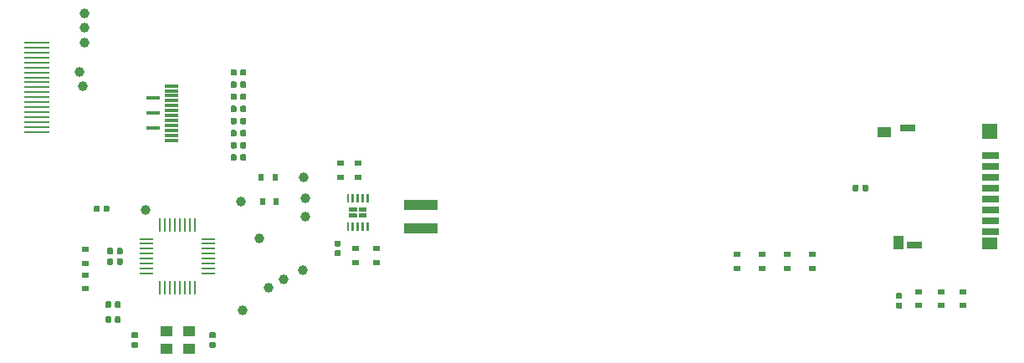
<source format=gbr>
G04 #@! TF.GenerationSoftware,KiCad,Pcbnew,5.1.5+dfsg1-2~bpo10+1*
G04 #@! TF.CreationDate,2020-02-13T18:12:40+01:00*
G04 #@! TF.ProjectId,arty-a7-expansion,61727479-2d61-4372-9d65-7870616e7369,rev?*
G04 #@! TF.SameCoordinates,Original*
G04 #@! TF.FileFunction,Paste,Top*
G04 #@! TF.FilePolarity,Positive*
%FSLAX46Y46*%
G04 Gerber Fmt 4.6, Leading zero omitted, Abs format (unit mm)*
G04 Created by KiCad (PCBNEW 5.1.5+dfsg1-2~bpo10+1) date 2020-02-13 18:12:40*
%MOMM*%
%LPD*%
G04 APERTURE LIST*
%ADD10R,2.600000X0.280000*%
%ADD11R,1.450000X0.300000*%
%ADD12C,0.100000*%
%ADD13C,1.000000*%
%ADD14R,0.800000X0.600000*%
%ADD15R,3.400000X1.000000*%
%ADD16R,0.600000X0.800000*%
%ADD17R,1.300000X1.100000*%
%ADD18R,0.270000X1.450000*%
%ADD19R,1.450000X0.270000*%
%ADD20R,1.500000X0.800000*%
%ADD21R,1.400000X1.000000*%
%ADD22R,1.000000X1.400000*%
%ADD23R,1.500000X1.500000*%
%ADD24R,1.500000X1.300000*%
%ADD25R,1.750000X0.700000*%
G04 APERTURE END LIST*
D10*
X102851241Y-94478709D03*
X102851241Y-94978709D03*
X102851241Y-95478709D03*
X102851241Y-95978709D03*
X102851241Y-96478709D03*
X102851241Y-96978709D03*
X102851241Y-97478709D03*
X102851241Y-97978709D03*
X102851241Y-98478709D03*
X102851241Y-98978709D03*
X102851241Y-93978709D03*
X102851241Y-93478709D03*
X102851241Y-92978709D03*
X102851241Y-92478709D03*
X102851241Y-91978709D03*
X102851241Y-91478709D03*
X102851241Y-90978709D03*
X102851241Y-90478709D03*
X102851241Y-89978709D03*
D11*
X116401241Y-99828709D03*
X116401241Y-99328709D03*
X116401241Y-98828709D03*
X116401241Y-98328709D03*
X116401241Y-97828709D03*
X116401241Y-97328709D03*
X116401241Y-96828709D03*
X116401241Y-96328709D03*
X116401241Y-95828709D03*
X116401241Y-95328709D03*
X116401241Y-94828709D03*
X116401241Y-94328709D03*
X114551241Y-98578709D03*
X114551241Y-97078709D03*
X114551241Y-95578709D03*
D12*
G36*
X122883200Y-96345132D02*
G01*
X122897518Y-96347256D01*
X122911559Y-96350773D01*
X122925188Y-96355650D01*
X122938273Y-96361839D01*
X122950689Y-96369280D01*
X122962315Y-96377903D01*
X122973040Y-96387624D01*
X122982761Y-96398349D01*
X122991384Y-96409975D01*
X122998825Y-96422391D01*
X123005014Y-96435476D01*
X123009891Y-96449105D01*
X123013408Y-96463146D01*
X123015532Y-96477464D01*
X123016242Y-96491922D01*
X123016242Y-96836922D01*
X123015532Y-96851380D01*
X123013408Y-96865698D01*
X123009891Y-96879739D01*
X123005014Y-96893368D01*
X122998825Y-96906453D01*
X122991384Y-96918869D01*
X122982761Y-96930495D01*
X122973040Y-96941220D01*
X122962315Y-96950941D01*
X122950689Y-96959564D01*
X122938273Y-96967005D01*
X122925188Y-96973194D01*
X122911559Y-96978071D01*
X122897518Y-96981588D01*
X122883200Y-96983712D01*
X122868742Y-96984422D01*
X122573742Y-96984422D01*
X122559284Y-96983712D01*
X122544966Y-96981588D01*
X122530925Y-96978071D01*
X122517296Y-96973194D01*
X122504211Y-96967005D01*
X122491795Y-96959564D01*
X122480169Y-96950941D01*
X122469444Y-96941220D01*
X122459723Y-96930495D01*
X122451100Y-96918869D01*
X122443659Y-96906453D01*
X122437470Y-96893368D01*
X122432593Y-96879739D01*
X122429076Y-96865698D01*
X122426952Y-96851380D01*
X122426242Y-96836922D01*
X122426242Y-96491922D01*
X122426952Y-96477464D01*
X122429076Y-96463146D01*
X122432593Y-96449105D01*
X122437470Y-96435476D01*
X122443659Y-96422391D01*
X122451100Y-96409975D01*
X122459723Y-96398349D01*
X122469444Y-96387624D01*
X122480169Y-96377903D01*
X122491795Y-96369280D01*
X122504211Y-96361839D01*
X122517296Y-96355650D01*
X122530925Y-96350773D01*
X122544966Y-96347256D01*
X122559284Y-96345132D01*
X122573742Y-96344422D01*
X122868742Y-96344422D01*
X122883200Y-96345132D01*
G37*
G36*
X123853200Y-96345132D02*
G01*
X123867518Y-96347256D01*
X123881559Y-96350773D01*
X123895188Y-96355650D01*
X123908273Y-96361839D01*
X123920689Y-96369280D01*
X123932315Y-96377903D01*
X123943040Y-96387624D01*
X123952761Y-96398349D01*
X123961384Y-96409975D01*
X123968825Y-96422391D01*
X123975014Y-96435476D01*
X123979891Y-96449105D01*
X123983408Y-96463146D01*
X123985532Y-96477464D01*
X123986242Y-96491922D01*
X123986242Y-96836922D01*
X123985532Y-96851380D01*
X123983408Y-96865698D01*
X123979891Y-96879739D01*
X123975014Y-96893368D01*
X123968825Y-96906453D01*
X123961384Y-96918869D01*
X123952761Y-96930495D01*
X123943040Y-96941220D01*
X123932315Y-96950941D01*
X123920689Y-96959564D01*
X123908273Y-96967005D01*
X123895188Y-96973194D01*
X123881559Y-96978071D01*
X123867518Y-96981588D01*
X123853200Y-96983712D01*
X123838742Y-96984422D01*
X123543742Y-96984422D01*
X123529284Y-96983712D01*
X123514966Y-96981588D01*
X123500925Y-96978071D01*
X123487296Y-96973194D01*
X123474211Y-96967005D01*
X123461795Y-96959564D01*
X123450169Y-96950941D01*
X123439444Y-96941220D01*
X123429723Y-96930495D01*
X123421100Y-96918869D01*
X123413659Y-96906453D01*
X123407470Y-96893368D01*
X123402593Y-96879739D01*
X123399076Y-96865698D01*
X123396952Y-96851380D01*
X123396242Y-96836922D01*
X123396242Y-96491922D01*
X123396952Y-96477464D01*
X123399076Y-96463146D01*
X123402593Y-96449105D01*
X123407470Y-96435476D01*
X123413659Y-96422391D01*
X123421100Y-96409975D01*
X123429723Y-96398349D01*
X123439444Y-96387624D01*
X123450169Y-96377903D01*
X123461795Y-96369280D01*
X123474211Y-96361839D01*
X123487296Y-96355650D01*
X123500925Y-96350773D01*
X123514966Y-96347256D01*
X123529284Y-96345132D01*
X123543742Y-96344422D01*
X123838742Y-96344422D01*
X123853200Y-96345132D01*
G37*
G36*
X123853200Y-92659419D02*
G01*
X123867518Y-92661543D01*
X123881559Y-92665060D01*
X123895188Y-92669937D01*
X123908273Y-92676126D01*
X123920689Y-92683567D01*
X123932315Y-92692190D01*
X123943040Y-92701911D01*
X123952761Y-92712636D01*
X123961384Y-92724262D01*
X123968825Y-92736678D01*
X123975014Y-92749763D01*
X123979891Y-92763392D01*
X123983408Y-92777433D01*
X123985532Y-92791751D01*
X123986242Y-92806209D01*
X123986242Y-93151209D01*
X123985532Y-93165667D01*
X123983408Y-93179985D01*
X123979891Y-93194026D01*
X123975014Y-93207655D01*
X123968825Y-93220740D01*
X123961384Y-93233156D01*
X123952761Y-93244782D01*
X123943040Y-93255507D01*
X123932315Y-93265228D01*
X123920689Y-93273851D01*
X123908273Y-93281292D01*
X123895188Y-93287481D01*
X123881559Y-93292358D01*
X123867518Y-93295875D01*
X123853200Y-93297999D01*
X123838742Y-93298709D01*
X123543742Y-93298709D01*
X123529284Y-93297999D01*
X123514966Y-93295875D01*
X123500925Y-93292358D01*
X123487296Y-93287481D01*
X123474211Y-93281292D01*
X123461795Y-93273851D01*
X123450169Y-93265228D01*
X123439444Y-93255507D01*
X123429723Y-93244782D01*
X123421100Y-93233156D01*
X123413659Y-93220740D01*
X123407470Y-93207655D01*
X123402593Y-93194026D01*
X123399076Y-93179985D01*
X123396952Y-93165667D01*
X123396242Y-93151209D01*
X123396242Y-92806209D01*
X123396952Y-92791751D01*
X123399076Y-92777433D01*
X123402593Y-92763392D01*
X123407470Y-92749763D01*
X123413659Y-92736678D01*
X123421100Y-92724262D01*
X123429723Y-92712636D01*
X123439444Y-92701911D01*
X123450169Y-92692190D01*
X123461795Y-92683567D01*
X123474211Y-92676126D01*
X123487296Y-92669937D01*
X123500925Y-92665060D01*
X123514966Y-92661543D01*
X123529284Y-92659419D01*
X123543742Y-92658709D01*
X123838742Y-92658709D01*
X123853200Y-92659419D01*
G37*
G36*
X122883200Y-92659419D02*
G01*
X122897518Y-92661543D01*
X122911559Y-92665060D01*
X122925188Y-92669937D01*
X122938273Y-92676126D01*
X122950689Y-92683567D01*
X122962315Y-92692190D01*
X122973040Y-92701911D01*
X122982761Y-92712636D01*
X122991384Y-92724262D01*
X122998825Y-92736678D01*
X123005014Y-92749763D01*
X123009891Y-92763392D01*
X123013408Y-92777433D01*
X123015532Y-92791751D01*
X123016242Y-92806209D01*
X123016242Y-93151209D01*
X123015532Y-93165667D01*
X123013408Y-93179985D01*
X123009891Y-93194026D01*
X123005014Y-93207655D01*
X122998825Y-93220740D01*
X122991384Y-93233156D01*
X122982761Y-93244782D01*
X122973040Y-93255507D01*
X122962315Y-93265228D01*
X122950689Y-93273851D01*
X122938273Y-93281292D01*
X122925188Y-93287481D01*
X122911559Y-93292358D01*
X122897518Y-93295875D01*
X122883200Y-93297999D01*
X122868742Y-93298709D01*
X122573742Y-93298709D01*
X122559284Y-93297999D01*
X122544966Y-93295875D01*
X122530925Y-93292358D01*
X122517296Y-93287481D01*
X122504211Y-93281292D01*
X122491795Y-93273851D01*
X122480169Y-93265228D01*
X122469444Y-93255507D01*
X122459723Y-93244782D01*
X122451100Y-93233156D01*
X122443659Y-93220740D01*
X122437470Y-93207655D01*
X122432593Y-93194026D01*
X122429076Y-93179985D01*
X122426952Y-93165667D01*
X122426242Y-93151209D01*
X122426242Y-92806209D01*
X122426952Y-92791751D01*
X122429076Y-92777433D01*
X122432593Y-92763392D01*
X122437470Y-92749763D01*
X122443659Y-92736678D01*
X122451100Y-92724262D01*
X122459723Y-92712636D01*
X122469444Y-92701911D01*
X122480169Y-92692190D01*
X122491795Y-92683567D01*
X122504211Y-92676126D01*
X122517296Y-92669937D01*
X122530925Y-92665060D01*
X122544966Y-92661543D01*
X122559284Y-92659419D01*
X122573742Y-92658709D01*
X122868742Y-92658709D01*
X122883200Y-92659419D01*
G37*
G36*
X122883200Y-100030845D02*
G01*
X122897518Y-100032969D01*
X122911559Y-100036486D01*
X122925188Y-100041363D01*
X122938273Y-100047552D01*
X122950689Y-100054993D01*
X122962315Y-100063616D01*
X122973040Y-100073337D01*
X122982761Y-100084062D01*
X122991384Y-100095688D01*
X122998825Y-100108104D01*
X123005014Y-100121189D01*
X123009891Y-100134818D01*
X123013408Y-100148859D01*
X123015532Y-100163177D01*
X123016242Y-100177635D01*
X123016242Y-100522635D01*
X123015532Y-100537093D01*
X123013408Y-100551411D01*
X123009891Y-100565452D01*
X123005014Y-100579081D01*
X122998825Y-100592166D01*
X122991384Y-100604582D01*
X122982761Y-100616208D01*
X122973040Y-100626933D01*
X122962315Y-100636654D01*
X122950689Y-100645277D01*
X122938273Y-100652718D01*
X122925188Y-100658907D01*
X122911559Y-100663784D01*
X122897518Y-100667301D01*
X122883200Y-100669425D01*
X122868742Y-100670135D01*
X122573742Y-100670135D01*
X122559284Y-100669425D01*
X122544966Y-100667301D01*
X122530925Y-100663784D01*
X122517296Y-100658907D01*
X122504211Y-100652718D01*
X122491795Y-100645277D01*
X122480169Y-100636654D01*
X122469444Y-100626933D01*
X122459723Y-100616208D01*
X122451100Y-100604582D01*
X122443659Y-100592166D01*
X122437470Y-100579081D01*
X122432593Y-100565452D01*
X122429076Y-100551411D01*
X122426952Y-100537093D01*
X122426242Y-100522635D01*
X122426242Y-100177635D01*
X122426952Y-100163177D01*
X122429076Y-100148859D01*
X122432593Y-100134818D01*
X122437470Y-100121189D01*
X122443659Y-100108104D01*
X122451100Y-100095688D01*
X122459723Y-100084062D01*
X122469444Y-100073337D01*
X122480169Y-100063616D01*
X122491795Y-100054993D01*
X122504211Y-100047552D01*
X122517296Y-100041363D01*
X122530925Y-100036486D01*
X122544966Y-100032969D01*
X122559284Y-100030845D01*
X122573742Y-100030135D01*
X122868742Y-100030135D01*
X122883200Y-100030845D01*
G37*
G36*
X123853200Y-100030845D02*
G01*
X123867518Y-100032969D01*
X123881559Y-100036486D01*
X123895188Y-100041363D01*
X123908273Y-100047552D01*
X123920689Y-100054993D01*
X123932315Y-100063616D01*
X123943040Y-100073337D01*
X123952761Y-100084062D01*
X123961384Y-100095688D01*
X123968825Y-100108104D01*
X123975014Y-100121189D01*
X123979891Y-100134818D01*
X123983408Y-100148859D01*
X123985532Y-100163177D01*
X123986242Y-100177635D01*
X123986242Y-100522635D01*
X123985532Y-100537093D01*
X123983408Y-100551411D01*
X123979891Y-100565452D01*
X123975014Y-100579081D01*
X123968825Y-100592166D01*
X123961384Y-100604582D01*
X123952761Y-100616208D01*
X123943040Y-100626933D01*
X123932315Y-100636654D01*
X123920689Y-100645277D01*
X123908273Y-100652718D01*
X123895188Y-100658907D01*
X123881559Y-100663784D01*
X123867518Y-100667301D01*
X123853200Y-100669425D01*
X123838742Y-100670135D01*
X123543742Y-100670135D01*
X123529284Y-100669425D01*
X123514966Y-100667301D01*
X123500925Y-100663784D01*
X123487296Y-100658907D01*
X123474211Y-100652718D01*
X123461795Y-100645277D01*
X123450169Y-100636654D01*
X123439444Y-100626933D01*
X123429723Y-100616208D01*
X123421100Y-100604582D01*
X123413659Y-100592166D01*
X123407470Y-100579081D01*
X123402593Y-100565452D01*
X123399076Y-100551411D01*
X123396952Y-100537093D01*
X123396242Y-100522635D01*
X123396242Y-100177635D01*
X123396952Y-100163177D01*
X123399076Y-100148859D01*
X123402593Y-100134818D01*
X123407470Y-100121189D01*
X123413659Y-100108104D01*
X123421100Y-100095688D01*
X123429723Y-100084062D01*
X123439444Y-100073337D01*
X123450169Y-100063616D01*
X123461795Y-100054993D01*
X123474211Y-100047552D01*
X123487296Y-100041363D01*
X123500925Y-100036486D01*
X123514966Y-100032969D01*
X123529284Y-100030845D01*
X123543742Y-100030135D01*
X123838742Y-100030135D01*
X123853200Y-100030845D01*
G37*
G36*
X123853200Y-101259419D02*
G01*
X123867518Y-101261543D01*
X123881559Y-101265060D01*
X123895188Y-101269937D01*
X123908273Y-101276126D01*
X123920689Y-101283567D01*
X123932315Y-101292190D01*
X123943040Y-101301911D01*
X123952761Y-101312636D01*
X123961384Y-101324262D01*
X123968825Y-101336678D01*
X123975014Y-101349763D01*
X123979891Y-101363392D01*
X123983408Y-101377433D01*
X123985532Y-101391751D01*
X123986242Y-101406209D01*
X123986242Y-101751209D01*
X123985532Y-101765667D01*
X123983408Y-101779985D01*
X123979891Y-101794026D01*
X123975014Y-101807655D01*
X123968825Y-101820740D01*
X123961384Y-101833156D01*
X123952761Y-101844782D01*
X123943040Y-101855507D01*
X123932315Y-101865228D01*
X123920689Y-101873851D01*
X123908273Y-101881292D01*
X123895188Y-101887481D01*
X123881559Y-101892358D01*
X123867518Y-101895875D01*
X123853200Y-101897999D01*
X123838742Y-101898709D01*
X123543742Y-101898709D01*
X123529284Y-101897999D01*
X123514966Y-101895875D01*
X123500925Y-101892358D01*
X123487296Y-101887481D01*
X123474211Y-101881292D01*
X123461795Y-101873851D01*
X123450169Y-101865228D01*
X123439444Y-101855507D01*
X123429723Y-101844782D01*
X123421100Y-101833156D01*
X123413659Y-101820740D01*
X123407470Y-101807655D01*
X123402593Y-101794026D01*
X123399076Y-101779985D01*
X123396952Y-101765667D01*
X123396242Y-101751209D01*
X123396242Y-101406209D01*
X123396952Y-101391751D01*
X123399076Y-101377433D01*
X123402593Y-101363392D01*
X123407470Y-101349763D01*
X123413659Y-101336678D01*
X123421100Y-101324262D01*
X123429723Y-101312636D01*
X123439444Y-101301911D01*
X123450169Y-101292190D01*
X123461795Y-101283567D01*
X123474211Y-101276126D01*
X123487296Y-101269937D01*
X123500925Y-101265060D01*
X123514966Y-101261543D01*
X123529284Y-101259419D01*
X123543742Y-101258709D01*
X123838742Y-101258709D01*
X123853200Y-101259419D01*
G37*
G36*
X122883200Y-101259419D02*
G01*
X122897518Y-101261543D01*
X122911559Y-101265060D01*
X122925188Y-101269937D01*
X122938273Y-101276126D01*
X122950689Y-101283567D01*
X122962315Y-101292190D01*
X122973040Y-101301911D01*
X122982761Y-101312636D01*
X122991384Y-101324262D01*
X122998825Y-101336678D01*
X123005014Y-101349763D01*
X123009891Y-101363392D01*
X123013408Y-101377433D01*
X123015532Y-101391751D01*
X123016242Y-101406209D01*
X123016242Y-101751209D01*
X123015532Y-101765667D01*
X123013408Y-101779985D01*
X123009891Y-101794026D01*
X123005014Y-101807655D01*
X122998825Y-101820740D01*
X122991384Y-101833156D01*
X122982761Y-101844782D01*
X122973040Y-101855507D01*
X122962315Y-101865228D01*
X122950689Y-101873851D01*
X122938273Y-101881292D01*
X122925188Y-101887481D01*
X122911559Y-101892358D01*
X122897518Y-101895875D01*
X122883200Y-101897999D01*
X122868742Y-101898709D01*
X122573742Y-101898709D01*
X122559284Y-101897999D01*
X122544966Y-101895875D01*
X122530925Y-101892358D01*
X122517296Y-101887481D01*
X122504211Y-101881292D01*
X122491795Y-101873851D01*
X122480169Y-101865228D01*
X122469444Y-101855507D01*
X122459723Y-101844782D01*
X122451100Y-101833156D01*
X122443659Y-101820740D01*
X122437470Y-101807655D01*
X122432593Y-101794026D01*
X122429076Y-101779985D01*
X122426952Y-101765667D01*
X122426242Y-101751209D01*
X122426242Y-101406209D01*
X122426952Y-101391751D01*
X122429076Y-101377433D01*
X122432593Y-101363392D01*
X122437470Y-101349763D01*
X122443659Y-101336678D01*
X122451100Y-101324262D01*
X122459723Y-101312636D01*
X122469444Y-101301911D01*
X122480169Y-101292190D01*
X122491795Y-101283567D01*
X122504211Y-101276126D01*
X122517296Y-101269937D01*
X122530925Y-101265060D01*
X122544966Y-101261543D01*
X122559284Y-101259419D01*
X122573742Y-101258709D01*
X122868742Y-101258709D01*
X122883200Y-101259419D01*
G37*
G36*
X122883200Y-98802274D02*
G01*
X122897518Y-98804398D01*
X122911559Y-98807915D01*
X122925188Y-98812792D01*
X122938273Y-98818981D01*
X122950689Y-98826422D01*
X122962315Y-98835045D01*
X122973040Y-98844766D01*
X122982761Y-98855491D01*
X122991384Y-98867117D01*
X122998825Y-98879533D01*
X123005014Y-98892618D01*
X123009891Y-98906247D01*
X123013408Y-98920288D01*
X123015532Y-98934606D01*
X123016242Y-98949064D01*
X123016242Y-99294064D01*
X123015532Y-99308522D01*
X123013408Y-99322840D01*
X123009891Y-99336881D01*
X123005014Y-99350510D01*
X122998825Y-99363595D01*
X122991384Y-99376011D01*
X122982761Y-99387637D01*
X122973040Y-99398362D01*
X122962315Y-99408083D01*
X122950689Y-99416706D01*
X122938273Y-99424147D01*
X122925188Y-99430336D01*
X122911559Y-99435213D01*
X122897518Y-99438730D01*
X122883200Y-99440854D01*
X122868742Y-99441564D01*
X122573742Y-99441564D01*
X122559284Y-99440854D01*
X122544966Y-99438730D01*
X122530925Y-99435213D01*
X122517296Y-99430336D01*
X122504211Y-99424147D01*
X122491795Y-99416706D01*
X122480169Y-99408083D01*
X122469444Y-99398362D01*
X122459723Y-99387637D01*
X122451100Y-99376011D01*
X122443659Y-99363595D01*
X122437470Y-99350510D01*
X122432593Y-99336881D01*
X122429076Y-99322840D01*
X122426952Y-99308522D01*
X122426242Y-99294064D01*
X122426242Y-98949064D01*
X122426952Y-98934606D01*
X122429076Y-98920288D01*
X122432593Y-98906247D01*
X122437470Y-98892618D01*
X122443659Y-98879533D01*
X122451100Y-98867117D01*
X122459723Y-98855491D01*
X122469444Y-98844766D01*
X122480169Y-98835045D01*
X122491795Y-98826422D01*
X122504211Y-98818981D01*
X122517296Y-98812792D01*
X122530925Y-98807915D01*
X122544966Y-98804398D01*
X122559284Y-98802274D01*
X122573742Y-98801564D01*
X122868742Y-98801564D01*
X122883200Y-98802274D01*
G37*
G36*
X123853200Y-98802274D02*
G01*
X123867518Y-98804398D01*
X123881559Y-98807915D01*
X123895188Y-98812792D01*
X123908273Y-98818981D01*
X123920689Y-98826422D01*
X123932315Y-98835045D01*
X123943040Y-98844766D01*
X123952761Y-98855491D01*
X123961384Y-98867117D01*
X123968825Y-98879533D01*
X123975014Y-98892618D01*
X123979891Y-98906247D01*
X123983408Y-98920288D01*
X123985532Y-98934606D01*
X123986242Y-98949064D01*
X123986242Y-99294064D01*
X123985532Y-99308522D01*
X123983408Y-99322840D01*
X123979891Y-99336881D01*
X123975014Y-99350510D01*
X123968825Y-99363595D01*
X123961384Y-99376011D01*
X123952761Y-99387637D01*
X123943040Y-99398362D01*
X123932315Y-99408083D01*
X123920689Y-99416706D01*
X123908273Y-99424147D01*
X123895188Y-99430336D01*
X123881559Y-99435213D01*
X123867518Y-99438730D01*
X123853200Y-99440854D01*
X123838742Y-99441564D01*
X123543742Y-99441564D01*
X123529284Y-99440854D01*
X123514966Y-99438730D01*
X123500925Y-99435213D01*
X123487296Y-99430336D01*
X123474211Y-99424147D01*
X123461795Y-99416706D01*
X123450169Y-99408083D01*
X123439444Y-99398362D01*
X123429723Y-99387637D01*
X123421100Y-99376011D01*
X123413659Y-99363595D01*
X123407470Y-99350510D01*
X123402593Y-99336881D01*
X123399076Y-99322840D01*
X123396952Y-99308522D01*
X123396242Y-99294064D01*
X123396242Y-98949064D01*
X123396952Y-98934606D01*
X123399076Y-98920288D01*
X123402593Y-98906247D01*
X123407470Y-98892618D01*
X123413659Y-98879533D01*
X123421100Y-98867117D01*
X123429723Y-98855491D01*
X123439444Y-98844766D01*
X123450169Y-98835045D01*
X123461795Y-98826422D01*
X123474211Y-98818981D01*
X123487296Y-98812792D01*
X123500925Y-98807915D01*
X123514966Y-98804398D01*
X123529284Y-98802274D01*
X123543742Y-98801564D01*
X123838742Y-98801564D01*
X123853200Y-98802274D01*
G37*
G36*
X123853200Y-95116561D02*
G01*
X123867518Y-95118685D01*
X123881559Y-95122202D01*
X123895188Y-95127079D01*
X123908273Y-95133268D01*
X123920689Y-95140709D01*
X123932315Y-95149332D01*
X123943040Y-95159053D01*
X123952761Y-95169778D01*
X123961384Y-95181404D01*
X123968825Y-95193820D01*
X123975014Y-95206905D01*
X123979891Y-95220534D01*
X123983408Y-95234575D01*
X123985532Y-95248893D01*
X123986242Y-95263351D01*
X123986242Y-95608351D01*
X123985532Y-95622809D01*
X123983408Y-95637127D01*
X123979891Y-95651168D01*
X123975014Y-95664797D01*
X123968825Y-95677882D01*
X123961384Y-95690298D01*
X123952761Y-95701924D01*
X123943040Y-95712649D01*
X123932315Y-95722370D01*
X123920689Y-95730993D01*
X123908273Y-95738434D01*
X123895188Y-95744623D01*
X123881559Y-95749500D01*
X123867518Y-95753017D01*
X123853200Y-95755141D01*
X123838742Y-95755851D01*
X123543742Y-95755851D01*
X123529284Y-95755141D01*
X123514966Y-95753017D01*
X123500925Y-95749500D01*
X123487296Y-95744623D01*
X123474211Y-95738434D01*
X123461795Y-95730993D01*
X123450169Y-95722370D01*
X123439444Y-95712649D01*
X123429723Y-95701924D01*
X123421100Y-95690298D01*
X123413659Y-95677882D01*
X123407470Y-95664797D01*
X123402593Y-95651168D01*
X123399076Y-95637127D01*
X123396952Y-95622809D01*
X123396242Y-95608351D01*
X123396242Y-95263351D01*
X123396952Y-95248893D01*
X123399076Y-95234575D01*
X123402593Y-95220534D01*
X123407470Y-95206905D01*
X123413659Y-95193820D01*
X123421100Y-95181404D01*
X123429723Y-95169778D01*
X123439444Y-95159053D01*
X123450169Y-95149332D01*
X123461795Y-95140709D01*
X123474211Y-95133268D01*
X123487296Y-95127079D01*
X123500925Y-95122202D01*
X123514966Y-95118685D01*
X123529284Y-95116561D01*
X123543742Y-95115851D01*
X123838742Y-95115851D01*
X123853200Y-95116561D01*
G37*
G36*
X122883200Y-95116561D02*
G01*
X122897518Y-95118685D01*
X122911559Y-95122202D01*
X122925188Y-95127079D01*
X122938273Y-95133268D01*
X122950689Y-95140709D01*
X122962315Y-95149332D01*
X122973040Y-95159053D01*
X122982761Y-95169778D01*
X122991384Y-95181404D01*
X122998825Y-95193820D01*
X123005014Y-95206905D01*
X123009891Y-95220534D01*
X123013408Y-95234575D01*
X123015532Y-95248893D01*
X123016242Y-95263351D01*
X123016242Y-95608351D01*
X123015532Y-95622809D01*
X123013408Y-95637127D01*
X123009891Y-95651168D01*
X123005014Y-95664797D01*
X122998825Y-95677882D01*
X122991384Y-95690298D01*
X122982761Y-95701924D01*
X122973040Y-95712649D01*
X122962315Y-95722370D01*
X122950689Y-95730993D01*
X122938273Y-95738434D01*
X122925188Y-95744623D01*
X122911559Y-95749500D01*
X122897518Y-95753017D01*
X122883200Y-95755141D01*
X122868742Y-95755851D01*
X122573742Y-95755851D01*
X122559284Y-95755141D01*
X122544966Y-95753017D01*
X122530925Y-95749500D01*
X122517296Y-95744623D01*
X122504211Y-95738434D01*
X122491795Y-95730993D01*
X122480169Y-95722370D01*
X122469444Y-95712649D01*
X122459723Y-95701924D01*
X122451100Y-95690298D01*
X122443659Y-95677882D01*
X122437470Y-95664797D01*
X122432593Y-95651168D01*
X122429076Y-95637127D01*
X122426952Y-95622809D01*
X122426242Y-95608351D01*
X122426242Y-95263351D01*
X122426952Y-95248893D01*
X122429076Y-95234575D01*
X122432593Y-95220534D01*
X122437470Y-95206905D01*
X122443659Y-95193820D01*
X122451100Y-95181404D01*
X122459723Y-95169778D01*
X122469444Y-95159053D01*
X122480169Y-95149332D01*
X122491795Y-95140709D01*
X122504211Y-95133268D01*
X122517296Y-95127079D01*
X122530925Y-95122202D01*
X122544966Y-95118685D01*
X122559284Y-95116561D01*
X122573742Y-95115851D01*
X122868742Y-95115851D01*
X122883200Y-95116561D01*
G37*
G36*
X122883200Y-97573703D02*
G01*
X122897518Y-97575827D01*
X122911559Y-97579344D01*
X122925188Y-97584221D01*
X122938273Y-97590410D01*
X122950689Y-97597851D01*
X122962315Y-97606474D01*
X122973040Y-97616195D01*
X122982761Y-97626920D01*
X122991384Y-97638546D01*
X122998825Y-97650962D01*
X123005014Y-97664047D01*
X123009891Y-97677676D01*
X123013408Y-97691717D01*
X123015532Y-97706035D01*
X123016242Y-97720493D01*
X123016242Y-98065493D01*
X123015532Y-98079951D01*
X123013408Y-98094269D01*
X123009891Y-98108310D01*
X123005014Y-98121939D01*
X122998825Y-98135024D01*
X122991384Y-98147440D01*
X122982761Y-98159066D01*
X122973040Y-98169791D01*
X122962315Y-98179512D01*
X122950689Y-98188135D01*
X122938273Y-98195576D01*
X122925188Y-98201765D01*
X122911559Y-98206642D01*
X122897518Y-98210159D01*
X122883200Y-98212283D01*
X122868742Y-98212993D01*
X122573742Y-98212993D01*
X122559284Y-98212283D01*
X122544966Y-98210159D01*
X122530925Y-98206642D01*
X122517296Y-98201765D01*
X122504211Y-98195576D01*
X122491795Y-98188135D01*
X122480169Y-98179512D01*
X122469444Y-98169791D01*
X122459723Y-98159066D01*
X122451100Y-98147440D01*
X122443659Y-98135024D01*
X122437470Y-98121939D01*
X122432593Y-98108310D01*
X122429076Y-98094269D01*
X122426952Y-98079951D01*
X122426242Y-98065493D01*
X122426242Y-97720493D01*
X122426952Y-97706035D01*
X122429076Y-97691717D01*
X122432593Y-97677676D01*
X122437470Y-97664047D01*
X122443659Y-97650962D01*
X122451100Y-97638546D01*
X122459723Y-97626920D01*
X122469444Y-97616195D01*
X122480169Y-97606474D01*
X122491795Y-97597851D01*
X122504211Y-97590410D01*
X122517296Y-97584221D01*
X122530925Y-97579344D01*
X122544966Y-97575827D01*
X122559284Y-97573703D01*
X122573742Y-97572993D01*
X122868742Y-97572993D01*
X122883200Y-97573703D01*
G37*
G36*
X123853200Y-97573703D02*
G01*
X123867518Y-97575827D01*
X123881559Y-97579344D01*
X123895188Y-97584221D01*
X123908273Y-97590410D01*
X123920689Y-97597851D01*
X123932315Y-97606474D01*
X123943040Y-97616195D01*
X123952761Y-97626920D01*
X123961384Y-97638546D01*
X123968825Y-97650962D01*
X123975014Y-97664047D01*
X123979891Y-97677676D01*
X123983408Y-97691717D01*
X123985532Y-97706035D01*
X123986242Y-97720493D01*
X123986242Y-98065493D01*
X123985532Y-98079951D01*
X123983408Y-98094269D01*
X123979891Y-98108310D01*
X123975014Y-98121939D01*
X123968825Y-98135024D01*
X123961384Y-98147440D01*
X123952761Y-98159066D01*
X123943040Y-98169791D01*
X123932315Y-98179512D01*
X123920689Y-98188135D01*
X123908273Y-98195576D01*
X123895188Y-98201765D01*
X123881559Y-98206642D01*
X123867518Y-98210159D01*
X123853200Y-98212283D01*
X123838742Y-98212993D01*
X123543742Y-98212993D01*
X123529284Y-98212283D01*
X123514966Y-98210159D01*
X123500925Y-98206642D01*
X123487296Y-98201765D01*
X123474211Y-98195576D01*
X123461795Y-98188135D01*
X123450169Y-98179512D01*
X123439444Y-98169791D01*
X123429723Y-98159066D01*
X123421100Y-98147440D01*
X123413659Y-98135024D01*
X123407470Y-98121939D01*
X123402593Y-98108310D01*
X123399076Y-98094269D01*
X123396952Y-98079951D01*
X123396242Y-98065493D01*
X123396242Y-97720493D01*
X123396952Y-97706035D01*
X123399076Y-97691717D01*
X123402593Y-97677676D01*
X123407470Y-97664047D01*
X123413659Y-97650962D01*
X123421100Y-97638546D01*
X123429723Y-97626920D01*
X123439444Y-97616195D01*
X123450169Y-97606474D01*
X123461795Y-97597851D01*
X123474211Y-97590410D01*
X123487296Y-97584221D01*
X123500925Y-97579344D01*
X123514966Y-97575827D01*
X123529284Y-97573703D01*
X123543742Y-97572993D01*
X123838742Y-97572993D01*
X123853200Y-97573703D01*
G37*
G36*
X123853200Y-93887990D02*
G01*
X123867518Y-93890114D01*
X123881559Y-93893631D01*
X123895188Y-93898508D01*
X123908273Y-93904697D01*
X123920689Y-93912138D01*
X123932315Y-93920761D01*
X123943040Y-93930482D01*
X123952761Y-93941207D01*
X123961384Y-93952833D01*
X123968825Y-93965249D01*
X123975014Y-93978334D01*
X123979891Y-93991963D01*
X123983408Y-94006004D01*
X123985532Y-94020322D01*
X123986242Y-94034780D01*
X123986242Y-94379780D01*
X123985532Y-94394238D01*
X123983408Y-94408556D01*
X123979891Y-94422597D01*
X123975014Y-94436226D01*
X123968825Y-94449311D01*
X123961384Y-94461727D01*
X123952761Y-94473353D01*
X123943040Y-94484078D01*
X123932315Y-94493799D01*
X123920689Y-94502422D01*
X123908273Y-94509863D01*
X123895188Y-94516052D01*
X123881559Y-94520929D01*
X123867518Y-94524446D01*
X123853200Y-94526570D01*
X123838742Y-94527280D01*
X123543742Y-94527280D01*
X123529284Y-94526570D01*
X123514966Y-94524446D01*
X123500925Y-94520929D01*
X123487296Y-94516052D01*
X123474211Y-94509863D01*
X123461795Y-94502422D01*
X123450169Y-94493799D01*
X123439444Y-94484078D01*
X123429723Y-94473353D01*
X123421100Y-94461727D01*
X123413659Y-94449311D01*
X123407470Y-94436226D01*
X123402593Y-94422597D01*
X123399076Y-94408556D01*
X123396952Y-94394238D01*
X123396242Y-94379780D01*
X123396242Y-94034780D01*
X123396952Y-94020322D01*
X123399076Y-94006004D01*
X123402593Y-93991963D01*
X123407470Y-93978334D01*
X123413659Y-93965249D01*
X123421100Y-93952833D01*
X123429723Y-93941207D01*
X123439444Y-93930482D01*
X123450169Y-93920761D01*
X123461795Y-93912138D01*
X123474211Y-93904697D01*
X123487296Y-93898508D01*
X123500925Y-93893631D01*
X123514966Y-93890114D01*
X123529284Y-93887990D01*
X123543742Y-93887280D01*
X123838742Y-93887280D01*
X123853200Y-93887990D01*
G37*
G36*
X122883200Y-93887990D02*
G01*
X122897518Y-93890114D01*
X122911559Y-93893631D01*
X122925188Y-93898508D01*
X122938273Y-93904697D01*
X122950689Y-93912138D01*
X122962315Y-93920761D01*
X122973040Y-93930482D01*
X122982761Y-93941207D01*
X122991384Y-93952833D01*
X122998825Y-93965249D01*
X123005014Y-93978334D01*
X123009891Y-93991963D01*
X123013408Y-94006004D01*
X123015532Y-94020322D01*
X123016242Y-94034780D01*
X123016242Y-94379780D01*
X123015532Y-94394238D01*
X123013408Y-94408556D01*
X123009891Y-94422597D01*
X123005014Y-94436226D01*
X122998825Y-94449311D01*
X122991384Y-94461727D01*
X122982761Y-94473353D01*
X122973040Y-94484078D01*
X122962315Y-94493799D01*
X122950689Y-94502422D01*
X122938273Y-94509863D01*
X122925188Y-94516052D01*
X122911559Y-94520929D01*
X122897518Y-94524446D01*
X122883200Y-94526570D01*
X122868742Y-94527280D01*
X122573742Y-94527280D01*
X122559284Y-94526570D01*
X122544966Y-94524446D01*
X122530925Y-94520929D01*
X122517296Y-94516052D01*
X122504211Y-94509863D01*
X122491795Y-94502422D01*
X122480169Y-94493799D01*
X122469444Y-94484078D01*
X122459723Y-94473353D01*
X122451100Y-94461727D01*
X122443659Y-94449311D01*
X122437470Y-94436226D01*
X122432593Y-94422597D01*
X122429076Y-94408556D01*
X122426952Y-94394238D01*
X122426242Y-94379780D01*
X122426242Y-94034780D01*
X122426952Y-94020322D01*
X122429076Y-94006004D01*
X122432593Y-93991963D01*
X122437470Y-93978334D01*
X122443659Y-93965249D01*
X122451100Y-93952833D01*
X122459723Y-93941207D01*
X122469444Y-93930482D01*
X122480169Y-93920761D01*
X122491795Y-93912138D01*
X122504211Y-93904697D01*
X122517296Y-93898508D01*
X122530925Y-93893631D01*
X122544966Y-93890114D01*
X122559284Y-93887990D01*
X122573742Y-93887280D01*
X122868742Y-93887280D01*
X122883200Y-93887990D01*
G37*
D13*
X107501241Y-94378709D03*
X107101241Y-92928709D03*
X107651241Y-89978709D03*
X107651241Y-88470709D03*
X107651241Y-86978709D03*
D14*
X135081991Y-110817709D03*
X135081991Y-112217709D03*
X107738241Y-110881209D03*
X107738241Y-112281209D03*
X107728000Y-113461500D03*
X107728000Y-114861500D03*
D15*
X141643241Y-108713709D03*
X141643241Y-106343709D03*
D13*
X129772741Y-113029009D03*
X113834241Y-106933009D03*
X126280241Y-114807009D03*
X127804241Y-113930709D03*
X123676741Y-117042209D03*
X125327741Y-109790509D03*
X123486241Y-106044009D03*
D12*
G36*
X110008199Y-106459419D02*
G01*
X110022517Y-106461543D01*
X110036558Y-106465060D01*
X110050187Y-106469937D01*
X110063272Y-106476126D01*
X110075688Y-106483567D01*
X110087314Y-106492190D01*
X110098039Y-106501911D01*
X110107760Y-106512636D01*
X110116383Y-106524262D01*
X110123824Y-106536678D01*
X110130013Y-106549763D01*
X110134890Y-106563392D01*
X110138407Y-106577433D01*
X110140531Y-106591751D01*
X110141241Y-106606209D01*
X110141241Y-106951209D01*
X110140531Y-106965667D01*
X110138407Y-106979985D01*
X110134890Y-106994026D01*
X110130013Y-107007655D01*
X110123824Y-107020740D01*
X110116383Y-107033156D01*
X110107760Y-107044782D01*
X110098039Y-107055507D01*
X110087314Y-107065228D01*
X110075688Y-107073851D01*
X110063272Y-107081292D01*
X110050187Y-107087481D01*
X110036558Y-107092358D01*
X110022517Y-107095875D01*
X110008199Y-107097999D01*
X109993741Y-107098709D01*
X109698741Y-107098709D01*
X109684283Y-107097999D01*
X109669965Y-107095875D01*
X109655924Y-107092358D01*
X109642295Y-107087481D01*
X109629210Y-107081292D01*
X109616794Y-107073851D01*
X109605168Y-107065228D01*
X109594443Y-107055507D01*
X109584722Y-107044782D01*
X109576099Y-107033156D01*
X109568658Y-107020740D01*
X109562469Y-107007655D01*
X109557592Y-106994026D01*
X109554075Y-106979985D01*
X109551951Y-106965667D01*
X109551241Y-106951209D01*
X109551241Y-106606209D01*
X109551951Y-106591751D01*
X109554075Y-106577433D01*
X109557592Y-106563392D01*
X109562469Y-106549763D01*
X109568658Y-106536678D01*
X109576099Y-106524262D01*
X109584722Y-106512636D01*
X109594443Y-106501911D01*
X109605168Y-106492190D01*
X109616794Y-106483567D01*
X109629210Y-106476126D01*
X109642295Y-106469937D01*
X109655924Y-106465060D01*
X109669965Y-106461543D01*
X109684283Y-106459419D01*
X109698741Y-106458709D01*
X109993741Y-106458709D01*
X110008199Y-106459419D01*
G37*
G36*
X109038199Y-106459419D02*
G01*
X109052517Y-106461543D01*
X109066558Y-106465060D01*
X109080187Y-106469937D01*
X109093272Y-106476126D01*
X109105688Y-106483567D01*
X109117314Y-106492190D01*
X109128039Y-106501911D01*
X109137760Y-106512636D01*
X109146383Y-106524262D01*
X109153824Y-106536678D01*
X109160013Y-106549763D01*
X109164890Y-106563392D01*
X109168407Y-106577433D01*
X109170531Y-106591751D01*
X109171241Y-106606209D01*
X109171241Y-106951209D01*
X109170531Y-106965667D01*
X109168407Y-106979985D01*
X109164890Y-106994026D01*
X109160013Y-107007655D01*
X109153824Y-107020740D01*
X109146383Y-107033156D01*
X109137760Y-107044782D01*
X109128039Y-107055507D01*
X109117314Y-107065228D01*
X109105688Y-107073851D01*
X109093272Y-107081292D01*
X109080187Y-107087481D01*
X109066558Y-107092358D01*
X109052517Y-107095875D01*
X109038199Y-107097999D01*
X109023741Y-107098709D01*
X108728741Y-107098709D01*
X108714283Y-107097999D01*
X108699965Y-107095875D01*
X108685924Y-107092358D01*
X108672295Y-107087481D01*
X108659210Y-107081292D01*
X108646794Y-107073851D01*
X108635168Y-107065228D01*
X108624443Y-107055507D01*
X108614722Y-107044782D01*
X108606099Y-107033156D01*
X108598658Y-107020740D01*
X108592469Y-107007655D01*
X108587592Y-106994026D01*
X108584075Y-106979985D01*
X108581951Y-106965667D01*
X108581241Y-106951209D01*
X108581241Y-106606209D01*
X108581951Y-106591751D01*
X108584075Y-106577433D01*
X108587592Y-106563392D01*
X108592469Y-106549763D01*
X108598658Y-106536678D01*
X108606099Y-106524262D01*
X108614722Y-106512636D01*
X108624443Y-106501911D01*
X108635168Y-106492190D01*
X108646794Y-106483567D01*
X108659210Y-106476126D01*
X108672295Y-106469937D01*
X108685924Y-106465060D01*
X108699965Y-106461543D01*
X108714283Y-106459419D01*
X108728741Y-106458709D01*
X109023741Y-106458709D01*
X109038199Y-106459419D01*
G37*
G36*
X112898199Y-119279419D02*
G01*
X112912517Y-119281543D01*
X112926558Y-119285060D01*
X112940187Y-119289937D01*
X112953272Y-119296126D01*
X112965688Y-119303567D01*
X112977314Y-119312190D01*
X112988039Y-119321911D01*
X112997760Y-119332636D01*
X113006383Y-119344262D01*
X113013824Y-119356678D01*
X113020013Y-119369763D01*
X113024890Y-119383392D01*
X113028407Y-119397433D01*
X113030531Y-119411751D01*
X113031241Y-119426209D01*
X113031241Y-119721209D01*
X113030531Y-119735667D01*
X113028407Y-119749985D01*
X113024890Y-119764026D01*
X113020013Y-119777655D01*
X113013824Y-119790740D01*
X113006383Y-119803156D01*
X112997760Y-119814782D01*
X112988039Y-119825507D01*
X112977314Y-119835228D01*
X112965688Y-119843851D01*
X112953272Y-119851292D01*
X112940187Y-119857481D01*
X112926558Y-119862358D01*
X112912517Y-119865875D01*
X112898199Y-119867999D01*
X112883741Y-119868709D01*
X112538741Y-119868709D01*
X112524283Y-119867999D01*
X112509965Y-119865875D01*
X112495924Y-119862358D01*
X112482295Y-119857481D01*
X112469210Y-119851292D01*
X112456794Y-119843851D01*
X112445168Y-119835228D01*
X112434443Y-119825507D01*
X112424722Y-119814782D01*
X112416099Y-119803156D01*
X112408658Y-119790740D01*
X112402469Y-119777655D01*
X112397592Y-119764026D01*
X112394075Y-119749985D01*
X112391951Y-119735667D01*
X112391241Y-119721209D01*
X112391241Y-119426209D01*
X112391951Y-119411751D01*
X112394075Y-119397433D01*
X112397592Y-119383392D01*
X112402469Y-119369763D01*
X112408658Y-119356678D01*
X112416099Y-119344262D01*
X112424722Y-119332636D01*
X112434443Y-119321911D01*
X112445168Y-119312190D01*
X112456794Y-119303567D01*
X112469210Y-119296126D01*
X112482295Y-119289937D01*
X112495924Y-119285060D01*
X112509965Y-119281543D01*
X112524283Y-119279419D01*
X112538741Y-119278709D01*
X112883741Y-119278709D01*
X112898199Y-119279419D01*
G37*
G36*
X112898199Y-120249419D02*
G01*
X112912517Y-120251543D01*
X112926558Y-120255060D01*
X112940187Y-120259937D01*
X112953272Y-120266126D01*
X112965688Y-120273567D01*
X112977314Y-120282190D01*
X112988039Y-120291911D01*
X112997760Y-120302636D01*
X113006383Y-120314262D01*
X113013824Y-120326678D01*
X113020013Y-120339763D01*
X113024890Y-120353392D01*
X113028407Y-120367433D01*
X113030531Y-120381751D01*
X113031241Y-120396209D01*
X113031241Y-120691209D01*
X113030531Y-120705667D01*
X113028407Y-120719985D01*
X113024890Y-120734026D01*
X113020013Y-120747655D01*
X113013824Y-120760740D01*
X113006383Y-120773156D01*
X112997760Y-120784782D01*
X112988039Y-120795507D01*
X112977314Y-120805228D01*
X112965688Y-120813851D01*
X112953272Y-120821292D01*
X112940187Y-120827481D01*
X112926558Y-120832358D01*
X112912517Y-120835875D01*
X112898199Y-120837999D01*
X112883741Y-120838709D01*
X112538741Y-120838709D01*
X112524283Y-120837999D01*
X112509965Y-120835875D01*
X112495924Y-120832358D01*
X112482295Y-120827481D01*
X112469210Y-120821292D01*
X112456794Y-120813851D01*
X112445168Y-120805228D01*
X112434443Y-120795507D01*
X112424722Y-120784782D01*
X112416099Y-120773156D01*
X112408658Y-120760740D01*
X112402469Y-120747655D01*
X112397592Y-120734026D01*
X112394075Y-120719985D01*
X112391951Y-120705667D01*
X112391241Y-120691209D01*
X112391241Y-120396209D01*
X112391951Y-120381751D01*
X112394075Y-120367433D01*
X112397592Y-120353392D01*
X112402469Y-120339763D01*
X112408658Y-120326678D01*
X112416099Y-120314262D01*
X112424722Y-120302636D01*
X112434443Y-120291911D01*
X112445168Y-120282190D01*
X112456794Y-120273567D01*
X112469210Y-120266126D01*
X112482295Y-120259937D01*
X112495924Y-120255060D01*
X112509965Y-120251543D01*
X112524283Y-120249419D01*
X112538741Y-120248709D01*
X112883741Y-120248709D01*
X112898199Y-120249419D01*
G37*
G36*
X120778199Y-120249419D02*
G01*
X120792517Y-120251543D01*
X120806558Y-120255060D01*
X120820187Y-120259937D01*
X120833272Y-120266126D01*
X120845688Y-120273567D01*
X120857314Y-120282190D01*
X120868039Y-120291911D01*
X120877760Y-120302636D01*
X120886383Y-120314262D01*
X120893824Y-120326678D01*
X120900013Y-120339763D01*
X120904890Y-120353392D01*
X120908407Y-120367433D01*
X120910531Y-120381751D01*
X120911241Y-120396209D01*
X120911241Y-120691209D01*
X120910531Y-120705667D01*
X120908407Y-120719985D01*
X120904890Y-120734026D01*
X120900013Y-120747655D01*
X120893824Y-120760740D01*
X120886383Y-120773156D01*
X120877760Y-120784782D01*
X120868039Y-120795507D01*
X120857314Y-120805228D01*
X120845688Y-120813851D01*
X120833272Y-120821292D01*
X120820187Y-120827481D01*
X120806558Y-120832358D01*
X120792517Y-120835875D01*
X120778199Y-120837999D01*
X120763741Y-120838709D01*
X120418741Y-120838709D01*
X120404283Y-120837999D01*
X120389965Y-120835875D01*
X120375924Y-120832358D01*
X120362295Y-120827481D01*
X120349210Y-120821292D01*
X120336794Y-120813851D01*
X120325168Y-120805228D01*
X120314443Y-120795507D01*
X120304722Y-120784782D01*
X120296099Y-120773156D01*
X120288658Y-120760740D01*
X120282469Y-120747655D01*
X120277592Y-120734026D01*
X120274075Y-120719985D01*
X120271951Y-120705667D01*
X120271241Y-120691209D01*
X120271241Y-120396209D01*
X120271951Y-120381751D01*
X120274075Y-120367433D01*
X120277592Y-120353392D01*
X120282469Y-120339763D01*
X120288658Y-120326678D01*
X120296099Y-120314262D01*
X120304722Y-120302636D01*
X120314443Y-120291911D01*
X120325168Y-120282190D01*
X120336794Y-120273567D01*
X120349210Y-120266126D01*
X120362295Y-120259937D01*
X120375924Y-120255060D01*
X120389965Y-120251543D01*
X120404283Y-120249419D01*
X120418741Y-120248709D01*
X120763741Y-120248709D01*
X120778199Y-120249419D01*
G37*
G36*
X120778199Y-119279419D02*
G01*
X120792517Y-119281543D01*
X120806558Y-119285060D01*
X120820187Y-119289937D01*
X120833272Y-119296126D01*
X120845688Y-119303567D01*
X120857314Y-119312190D01*
X120868039Y-119321911D01*
X120877760Y-119332636D01*
X120886383Y-119344262D01*
X120893824Y-119356678D01*
X120900013Y-119369763D01*
X120904890Y-119383392D01*
X120908407Y-119397433D01*
X120910531Y-119411751D01*
X120911241Y-119426209D01*
X120911241Y-119721209D01*
X120910531Y-119735667D01*
X120908407Y-119749985D01*
X120904890Y-119764026D01*
X120900013Y-119777655D01*
X120893824Y-119790740D01*
X120886383Y-119803156D01*
X120877760Y-119814782D01*
X120868039Y-119825507D01*
X120857314Y-119835228D01*
X120845688Y-119843851D01*
X120833272Y-119851292D01*
X120820187Y-119857481D01*
X120806558Y-119862358D01*
X120792517Y-119865875D01*
X120778199Y-119867999D01*
X120763741Y-119868709D01*
X120418741Y-119868709D01*
X120404283Y-119867999D01*
X120389965Y-119865875D01*
X120375924Y-119862358D01*
X120362295Y-119857481D01*
X120349210Y-119851292D01*
X120336794Y-119843851D01*
X120325168Y-119835228D01*
X120314443Y-119825507D01*
X120304722Y-119814782D01*
X120296099Y-119803156D01*
X120288658Y-119790740D01*
X120282469Y-119777655D01*
X120277592Y-119764026D01*
X120274075Y-119749985D01*
X120271951Y-119735667D01*
X120271241Y-119721209D01*
X120271241Y-119426209D01*
X120271951Y-119411751D01*
X120274075Y-119397433D01*
X120277592Y-119383392D01*
X120282469Y-119369763D01*
X120288658Y-119356678D01*
X120296099Y-119344262D01*
X120304722Y-119332636D01*
X120314443Y-119321911D01*
X120325168Y-119312190D01*
X120336794Y-119303567D01*
X120349210Y-119296126D01*
X120362295Y-119289937D01*
X120375924Y-119285060D01*
X120389965Y-119281543D01*
X120404283Y-119279419D01*
X120418741Y-119278709D01*
X120763741Y-119278709D01*
X120778199Y-119279419D01*
G37*
G36*
X110201199Y-116149753D02*
G01*
X110215517Y-116151877D01*
X110229558Y-116155394D01*
X110243187Y-116160271D01*
X110256272Y-116166460D01*
X110268688Y-116173901D01*
X110280314Y-116182524D01*
X110291039Y-116192245D01*
X110300760Y-116202970D01*
X110309383Y-116214596D01*
X110316824Y-116227012D01*
X110323013Y-116240097D01*
X110327890Y-116253726D01*
X110331407Y-116267767D01*
X110333531Y-116282085D01*
X110334241Y-116296543D01*
X110334241Y-116641543D01*
X110333531Y-116656001D01*
X110331407Y-116670319D01*
X110327890Y-116684360D01*
X110323013Y-116697989D01*
X110316824Y-116711074D01*
X110309383Y-116723490D01*
X110300760Y-116735116D01*
X110291039Y-116745841D01*
X110280314Y-116755562D01*
X110268688Y-116764185D01*
X110256272Y-116771626D01*
X110243187Y-116777815D01*
X110229558Y-116782692D01*
X110215517Y-116786209D01*
X110201199Y-116788333D01*
X110186741Y-116789043D01*
X109891741Y-116789043D01*
X109877283Y-116788333D01*
X109862965Y-116786209D01*
X109848924Y-116782692D01*
X109835295Y-116777815D01*
X109822210Y-116771626D01*
X109809794Y-116764185D01*
X109798168Y-116755562D01*
X109787443Y-116745841D01*
X109777722Y-116735116D01*
X109769099Y-116723490D01*
X109761658Y-116711074D01*
X109755469Y-116697989D01*
X109750592Y-116684360D01*
X109747075Y-116670319D01*
X109744951Y-116656001D01*
X109744241Y-116641543D01*
X109744241Y-116296543D01*
X109744951Y-116282085D01*
X109747075Y-116267767D01*
X109750592Y-116253726D01*
X109755469Y-116240097D01*
X109761658Y-116227012D01*
X109769099Y-116214596D01*
X109777722Y-116202970D01*
X109787443Y-116192245D01*
X109798168Y-116182524D01*
X109809794Y-116173901D01*
X109822210Y-116166460D01*
X109835295Y-116160271D01*
X109848924Y-116155394D01*
X109862965Y-116151877D01*
X109877283Y-116149753D01*
X109891741Y-116149043D01*
X110186741Y-116149043D01*
X110201199Y-116149753D01*
G37*
G36*
X111171199Y-116149753D02*
G01*
X111185517Y-116151877D01*
X111199558Y-116155394D01*
X111213187Y-116160271D01*
X111226272Y-116166460D01*
X111238688Y-116173901D01*
X111250314Y-116182524D01*
X111261039Y-116192245D01*
X111270760Y-116202970D01*
X111279383Y-116214596D01*
X111286824Y-116227012D01*
X111293013Y-116240097D01*
X111297890Y-116253726D01*
X111301407Y-116267767D01*
X111303531Y-116282085D01*
X111304241Y-116296543D01*
X111304241Y-116641543D01*
X111303531Y-116656001D01*
X111301407Y-116670319D01*
X111297890Y-116684360D01*
X111293013Y-116697989D01*
X111286824Y-116711074D01*
X111279383Y-116723490D01*
X111270760Y-116735116D01*
X111261039Y-116745841D01*
X111250314Y-116755562D01*
X111238688Y-116764185D01*
X111226272Y-116771626D01*
X111213187Y-116777815D01*
X111199558Y-116782692D01*
X111185517Y-116786209D01*
X111171199Y-116788333D01*
X111156741Y-116789043D01*
X110861741Y-116789043D01*
X110847283Y-116788333D01*
X110832965Y-116786209D01*
X110818924Y-116782692D01*
X110805295Y-116777815D01*
X110792210Y-116771626D01*
X110779794Y-116764185D01*
X110768168Y-116755562D01*
X110757443Y-116745841D01*
X110747722Y-116735116D01*
X110739099Y-116723490D01*
X110731658Y-116711074D01*
X110725469Y-116697989D01*
X110720592Y-116684360D01*
X110717075Y-116670319D01*
X110714951Y-116656001D01*
X110714241Y-116641543D01*
X110714241Y-116296543D01*
X110714951Y-116282085D01*
X110717075Y-116267767D01*
X110720592Y-116253726D01*
X110725469Y-116240097D01*
X110731658Y-116227012D01*
X110739099Y-116214596D01*
X110747722Y-116202970D01*
X110757443Y-116192245D01*
X110768168Y-116182524D01*
X110779794Y-116173901D01*
X110792210Y-116166460D01*
X110805295Y-116160271D01*
X110818924Y-116155394D01*
X110832965Y-116151877D01*
X110847283Y-116149753D01*
X110861741Y-116149043D01*
X111156741Y-116149043D01*
X111171199Y-116149753D01*
G37*
G36*
X110201199Y-117672919D02*
G01*
X110215517Y-117675043D01*
X110229558Y-117678560D01*
X110243187Y-117683437D01*
X110256272Y-117689626D01*
X110268688Y-117697067D01*
X110280314Y-117705690D01*
X110291039Y-117715411D01*
X110300760Y-117726136D01*
X110309383Y-117737762D01*
X110316824Y-117750178D01*
X110323013Y-117763263D01*
X110327890Y-117776892D01*
X110331407Y-117790933D01*
X110333531Y-117805251D01*
X110334241Y-117819709D01*
X110334241Y-118164709D01*
X110333531Y-118179167D01*
X110331407Y-118193485D01*
X110327890Y-118207526D01*
X110323013Y-118221155D01*
X110316824Y-118234240D01*
X110309383Y-118246656D01*
X110300760Y-118258282D01*
X110291039Y-118269007D01*
X110280314Y-118278728D01*
X110268688Y-118287351D01*
X110256272Y-118294792D01*
X110243187Y-118300981D01*
X110229558Y-118305858D01*
X110215517Y-118309375D01*
X110201199Y-118311499D01*
X110186741Y-118312209D01*
X109891741Y-118312209D01*
X109877283Y-118311499D01*
X109862965Y-118309375D01*
X109848924Y-118305858D01*
X109835295Y-118300981D01*
X109822210Y-118294792D01*
X109809794Y-118287351D01*
X109798168Y-118278728D01*
X109787443Y-118269007D01*
X109777722Y-118258282D01*
X109769099Y-118246656D01*
X109761658Y-118234240D01*
X109755469Y-118221155D01*
X109750592Y-118207526D01*
X109747075Y-118193485D01*
X109744951Y-118179167D01*
X109744241Y-118164709D01*
X109744241Y-117819709D01*
X109744951Y-117805251D01*
X109747075Y-117790933D01*
X109750592Y-117776892D01*
X109755469Y-117763263D01*
X109761658Y-117750178D01*
X109769099Y-117737762D01*
X109777722Y-117726136D01*
X109787443Y-117715411D01*
X109798168Y-117705690D01*
X109809794Y-117697067D01*
X109822210Y-117689626D01*
X109835295Y-117683437D01*
X109848924Y-117678560D01*
X109862965Y-117675043D01*
X109877283Y-117672919D01*
X109891741Y-117672209D01*
X110186741Y-117672209D01*
X110201199Y-117672919D01*
G37*
G36*
X111171199Y-117672919D02*
G01*
X111185517Y-117675043D01*
X111199558Y-117678560D01*
X111213187Y-117683437D01*
X111226272Y-117689626D01*
X111238688Y-117697067D01*
X111250314Y-117705690D01*
X111261039Y-117715411D01*
X111270760Y-117726136D01*
X111279383Y-117737762D01*
X111286824Y-117750178D01*
X111293013Y-117763263D01*
X111297890Y-117776892D01*
X111301407Y-117790933D01*
X111303531Y-117805251D01*
X111304241Y-117819709D01*
X111304241Y-118164709D01*
X111303531Y-118179167D01*
X111301407Y-118193485D01*
X111297890Y-118207526D01*
X111293013Y-118221155D01*
X111286824Y-118234240D01*
X111279383Y-118246656D01*
X111270760Y-118258282D01*
X111261039Y-118269007D01*
X111250314Y-118278728D01*
X111238688Y-118287351D01*
X111226272Y-118294792D01*
X111213187Y-118300981D01*
X111199558Y-118305858D01*
X111185517Y-118309375D01*
X111171199Y-118311499D01*
X111156741Y-118312209D01*
X110861741Y-118312209D01*
X110847283Y-118311499D01*
X110832965Y-118309375D01*
X110818924Y-118305858D01*
X110805295Y-118300981D01*
X110792210Y-118294792D01*
X110779794Y-118287351D01*
X110768168Y-118278728D01*
X110757443Y-118269007D01*
X110747722Y-118258282D01*
X110739099Y-118246656D01*
X110731658Y-118234240D01*
X110725469Y-118221155D01*
X110720592Y-118207526D01*
X110717075Y-118193485D01*
X110714951Y-118179167D01*
X110714241Y-118164709D01*
X110714241Y-117819709D01*
X110714951Y-117805251D01*
X110717075Y-117790933D01*
X110720592Y-117776892D01*
X110725469Y-117763263D01*
X110731658Y-117750178D01*
X110739099Y-117737762D01*
X110747722Y-117726136D01*
X110757443Y-117715411D01*
X110768168Y-117705690D01*
X110779794Y-117697067D01*
X110792210Y-117689626D01*
X110805295Y-117683437D01*
X110818924Y-117678560D01*
X110832965Y-117675043D01*
X110847283Y-117672919D01*
X110861741Y-117672209D01*
X111156741Y-117672209D01*
X111171199Y-117672919D01*
G37*
G36*
X133448199Y-110959419D02*
G01*
X133462517Y-110961543D01*
X133476558Y-110965060D01*
X133490187Y-110969937D01*
X133503272Y-110976126D01*
X133515688Y-110983567D01*
X133527314Y-110992190D01*
X133538039Y-111001911D01*
X133547760Y-111012636D01*
X133556383Y-111024262D01*
X133563824Y-111036678D01*
X133570013Y-111049763D01*
X133574890Y-111063392D01*
X133578407Y-111077433D01*
X133580531Y-111091751D01*
X133581241Y-111106209D01*
X133581241Y-111401209D01*
X133580531Y-111415667D01*
X133578407Y-111429985D01*
X133574890Y-111444026D01*
X133570013Y-111457655D01*
X133563824Y-111470740D01*
X133556383Y-111483156D01*
X133547760Y-111494782D01*
X133538039Y-111505507D01*
X133527314Y-111515228D01*
X133515688Y-111523851D01*
X133503272Y-111531292D01*
X133490187Y-111537481D01*
X133476558Y-111542358D01*
X133462517Y-111545875D01*
X133448199Y-111547999D01*
X133433741Y-111548709D01*
X133088741Y-111548709D01*
X133074283Y-111547999D01*
X133059965Y-111545875D01*
X133045924Y-111542358D01*
X133032295Y-111537481D01*
X133019210Y-111531292D01*
X133006794Y-111523851D01*
X132995168Y-111515228D01*
X132984443Y-111505507D01*
X132974722Y-111494782D01*
X132966099Y-111483156D01*
X132958658Y-111470740D01*
X132952469Y-111457655D01*
X132947592Y-111444026D01*
X132944075Y-111429985D01*
X132941951Y-111415667D01*
X132941241Y-111401209D01*
X132941241Y-111106209D01*
X132941951Y-111091751D01*
X132944075Y-111077433D01*
X132947592Y-111063392D01*
X132952469Y-111049763D01*
X132958658Y-111036678D01*
X132966099Y-111024262D01*
X132974722Y-111012636D01*
X132984443Y-111001911D01*
X132995168Y-110992190D01*
X133006794Y-110983567D01*
X133019210Y-110976126D01*
X133032295Y-110969937D01*
X133045924Y-110965060D01*
X133059965Y-110961543D01*
X133074283Y-110959419D01*
X133088741Y-110958709D01*
X133433741Y-110958709D01*
X133448199Y-110959419D01*
G37*
G36*
X133448199Y-109989419D02*
G01*
X133462517Y-109991543D01*
X133476558Y-109995060D01*
X133490187Y-109999937D01*
X133503272Y-110006126D01*
X133515688Y-110013567D01*
X133527314Y-110022190D01*
X133538039Y-110031911D01*
X133547760Y-110042636D01*
X133556383Y-110054262D01*
X133563824Y-110066678D01*
X133570013Y-110079763D01*
X133574890Y-110093392D01*
X133578407Y-110107433D01*
X133580531Y-110121751D01*
X133581241Y-110136209D01*
X133581241Y-110431209D01*
X133580531Y-110445667D01*
X133578407Y-110459985D01*
X133574890Y-110474026D01*
X133570013Y-110487655D01*
X133563824Y-110500740D01*
X133556383Y-110513156D01*
X133547760Y-110524782D01*
X133538039Y-110535507D01*
X133527314Y-110545228D01*
X133515688Y-110553851D01*
X133503272Y-110561292D01*
X133490187Y-110567481D01*
X133476558Y-110572358D01*
X133462517Y-110575875D01*
X133448199Y-110577999D01*
X133433741Y-110578709D01*
X133088741Y-110578709D01*
X133074283Y-110577999D01*
X133059965Y-110575875D01*
X133045924Y-110572358D01*
X133032295Y-110567481D01*
X133019210Y-110561292D01*
X133006794Y-110553851D01*
X132995168Y-110545228D01*
X132984443Y-110535507D01*
X132974722Y-110524782D01*
X132966099Y-110513156D01*
X132958658Y-110500740D01*
X132952469Y-110487655D01*
X132947592Y-110474026D01*
X132944075Y-110459985D01*
X132941951Y-110445667D01*
X132941241Y-110431209D01*
X132941241Y-110136209D01*
X132941951Y-110121751D01*
X132944075Y-110107433D01*
X132947592Y-110093392D01*
X132952469Y-110079763D01*
X132958658Y-110066678D01*
X132966099Y-110054262D01*
X132974722Y-110042636D01*
X132984443Y-110031911D01*
X132995168Y-110022190D01*
X133006794Y-110013567D01*
X133019210Y-110006126D01*
X133032295Y-109999937D01*
X133045924Y-109995060D01*
X133059965Y-109991543D01*
X133074283Y-109989419D01*
X133088741Y-109988709D01*
X133433741Y-109988709D01*
X133448199Y-109989419D01*
G37*
G36*
X110389458Y-111810210D02*
G01*
X110403776Y-111812334D01*
X110417817Y-111815851D01*
X110431446Y-111820728D01*
X110444531Y-111826917D01*
X110456947Y-111834358D01*
X110468573Y-111842981D01*
X110479298Y-111852702D01*
X110489019Y-111863427D01*
X110497642Y-111875053D01*
X110505083Y-111887469D01*
X110511272Y-111900554D01*
X110516149Y-111914183D01*
X110519666Y-111928224D01*
X110521790Y-111942542D01*
X110522500Y-111957000D01*
X110522500Y-112302000D01*
X110521790Y-112316458D01*
X110519666Y-112330776D01*
X110516149Y-112344817D01*
X110511272Y-112358446D01*
X110505083Y-112371531D01*
X110497642Y-112383947D01*
X110489019Y-112395573D01*
X110479298Y-112406298D01*
X110468573Y-112416019D01*
X110456947Y-112424642D01*
X110444531Y-112432083D01*
X110431446Y-112438272D01*
X110417817Y-112443149D01*
X110403776Y-112446666D01*
X110389458Y-112448790D01*
X110375000Y-112449500D01*
X110080000Y-112449500D01*
X110065542Y-112448790D01*
X110051224Y-112446666D01*
X110037183Y-112443149D01*
X110023554Y-112438272D01*
X110010469Y-112432083D01*
X109998053Y-112424642D01*
X109986427Y-112416019D01*
X109975702Y-112406298D01*
X109965981Y-112395573D01*
X109957358Y-112383947D01*
X109949917Y-112371531D01*
X109943728Y-112358446D01*
X109938851Y-112344817D01*
X109935334Y-112330776D01*
X109933210Y-112316458D01*
X109932500Y-112302000D01*
X109932500Y-111957000D01*
X109933210Y-111942542D01*
X109935334Y-111928224D01*
X109938851Y-111914183D01*
X109943728Y-111900554D01*
X109949917Y-111887469D01*
X109957358Y-111875053D01*
X109965981Y-111863427D01*
X109975702Y-111852702D01*
X109986427Y-111842981D01*
X109998053Y-111834358D01*
X110010469Y-111826917D01*
X110023554Y-111820728D01*
X110037183Y-111815851D01*
X110051224Y-111812334D01*
X110065542Y-111810210D01*
X110080000Y-111809500D01*
X110375000Y-111809500D01*
X110389458Y-111810210D01*
G37*
G36*
X111359458Y-111810210D02*
G01*
X111373776Y-111812334D01*
X111387817Y-111815851D01*
X111401446Y-111820728D01*
X111414531Y-111826917D01*
X111426947Y-111834358D01*
X111438573Y-111842981D01*
X111449298Y-111852702D01*
X111459019Y-111863427D01*
X111467642Y-111875053D01*
X111475083Y-111887469D01*
X111481272Y-111900554D01*
X111486149Y-111914183D01*
X111489666Y-111928224D01*
X111491790Y-111942542D01*
X111492500Y-111957000D01*
X111492500Y-112302000D01*
X111491790Y-112316458D01*
X111489666Y-112330776D01*
X111486149Y-112344817D01*
X111481272Y-112358446D01*
X111475083Y-112371531D01*
X111467642Y-112383947D01*
X111459019Y-112395573D01*
X111449298Y-112406298D01*
X111438573Y-112416019D01*
X111426947Y-112424642D01*
X111414531Y-112432083D01*
X111401446Y-112438272D01*
X111387817Y-112443149D01*
X111373776Y-112446666D01*
X111359458Y-112448790D01*
X111345000Y-112449500D01*
X111050000Y-112449500D01*
X111035542Y-112448790D01*
X111021224Y-112446666D01*
X111007183Y-112443149D01*
X110993554Y-112438272D01*
X110980469Y-112432083D01*
X110968053Y-112424642D01*
X110956427Y-112416019D01*
X110945702Y-112406298D01*
X110935981Y-112395573D01*
X110927358Y-112383947D01*
X110919917Y-112371531D01*
X110913728Y-112358446D01*
X110908851Y-112344817D01*
X110905334Y-112330776D01*
X110903210Y-112316458D01*
X110902500Y-112302000D01*
X110902500Y-111957000D01*
X110903210Y-111942542D01*
X110905334Y-111928224D01*
X110908851Y-111914183D01*
X110913728Y-111900554D01*
X110919917Y-111887469D01*
X110927358Y-111875053D01*
X110935981Y-111863427D01*
X110945702Y-111852702D01*
X110956427Y-111842981D01*
X110968053Y-111834358D01*
X110980469Y-111826917D01*
X110993554Y-111820728D01*
X111007183Y-111815851D01*
X111021224Y-111812334D01*
X111035542Y-111810210D01*
X111050000Y-111809500D01*
X111345000Y-111809500D01*
X111359458Y-111810210D01*
G37*
G36*
X110389458Y-110730710D02*
G01*
X110403776Y-110732834D01*
X110417817Y-110736351D01*
X110431446Y-110741228D01*
X110444531Y-110747417D01*
X110456947Y-110754858D01*
X110468573Y-110763481D01*
X110479298Y-110773202D01*
X110489019Y-110783927D01*
X110497642Y-110795553D01*
X110505083Y-110807969D01*
X110511272Y-110821054D01*
X110516149Y-110834683D01*
X110519666Y-110848724D01*
X110521790Y-110863042D01*
X110522500Y-110877500D01*
X110522500Y-111222500D01*
X110521790Y-111236958D01*
X110519666Y-111251276D01*
X110516149Y-111265317D01*
X110511272Y-111278946D01*
X110505083Y-111292031D01*
X110497642Y-111304447D01*
X110489019Y-111316073D01*
X110479298Y-111326798D01*
X110468573Y-111336519D01*
X110456947Y-111345142D01*
X110444531Y-111352583D01*
X110431446Y-111358772D01*
X110417817Y-111363649D01*
X110403776Y-111367166D01*
X110389458Y-111369290D01*
X110375000Y-111370000D01*
X110080000Y-111370000D01*
X110065542Y-111369290D01*
X110051224Y-111367166D01*
X110037183Y-111363649D01*
X110023554Y-111358772D01*
X110010469Y-111352583D01*
X109998053Y-111345142D01*
X109986427Y-111336519D01*
X109975702Y-111326798D01*
X109965981Y-111316073D01*
X109957358Y-111304447D01*
X109949917Y-111292031D01*
X109943728Y-111278946D01*
X109938851Y-111265317D01*
X109935334Y-111251276D01*
X109933210Y-111236958D01*
X109932500Y-111222500D01*
X109932500Y-110877500D01*
X109933210Y-110863042D01*
X109935334Y-110848724D01*
X109938851Y-110834683D01*
X109943728Y-110821054D01*
X109949917Y-110807969D01*
X109957358Y-110795553D01*
X109965981Y-110783927D01*
X109975702Y-110773202D01*
X109986427Y-110763481D01*
X109998053Y-110754858D01*
X110010469Y-110747417D01*
X110023554Y-110741228D01*
X110037183Y-110736351D01*
X110051224Y-110732834D01*
X110065542Y-110730710D01*
X110080000Y-110730000D01*
X110375000Y-110730000D01*
X110389458Y-110730710D01*
G37*
G36*
X111359458Y-110730710D02*
G01*
X111373776Y-110732834D01*
X111387817Y-110736351D01*
X111401446Y-110741228D01*
X111414531Y-110747417D01*
X111426947Y-110754858D01*
X111438573Y-110763481D01*
X111449298Y-110773202D01*
X111459019Y-110783927D01*
X111467642Y-110795553D01*
X111475083Y-110807969D01*
X111481272Y-110821054D01*
X111486149Y-110834683D01*
X111489666Y-110848724D01*
X111491790Y-110863042D01*
X111492500Y-110877500D01*
X111492500Y-111222500D01*
X111491790Y-111236958D01*
X111489666Y-111251276D01*
X111486149Y-111265317D01*
X111481272Y-111278946D01*
X111475083Y-111292031D01*
X111467642Y-111304447D01*
X111459019Y-111316073D01*
X111449298Y-111326798D01*
X111438573Y-111336519D01*
X111426947Y-111345142D01*
X111414531Y-111352583D01*
X111401446Y-111358772D01*
X111387817Y-111363649D01*
X111373776Y-111367166D01*
X111359458Y-111369290D01*
X111345000Y-111370000D01*
X111050000Y-111370000D01*
X111035542Y-111369290D01*
X111021224Y-111367166D01*
X111007183Y-111363649D01*
X110993554Y-111358772D01*
X110980469Y-111352583D01*
X110968053Y-111345142D01*
X110956427Y-111336519D01*
X110945702Y-111326798D01*
X110935981Y-111316073D01*
X110927358Y-111304447D01*
X110919917Y-111292031D01*
X110913728Y-111278946D01*
X110908851Y-111265317D01*
X110905334Y-111251276D01*
X110903210Y-111236958D01*
X110902500Y-111222500D01*
X110902500Y-110877500D01*
X110903210Y-110863042D01*
X110905334Y-110848724D01*
X110908851Y-110834683D01*
X110913728Y-110821054D01*
X110919917Y-110807969D01*
X110927358Y-110795553D01*
X110935981Y-110783927D01*
X110945702Y-110773202D01*
X110956427Y-110763481D01*
X110968053Y-110754858D01*
X110980469Y-110747417D01*
X110993554Y-110741228D01*
X111007183Y-110736351D01*
X111021224Y-110732834D01*
X111035542Y-110730710D01*
X111050000Y-110730000D01*
X111345000Y-110730000D01*
X111359458Y-110730710D01*
G37*
D14*
X137202241Y-110817709D03*
X137202241Y-112217709D03*
X135353241Y-103578709D03*
X135353241Y-102178709D03*
X133533241Y-103578709D03*
X133533241Y-102178709D03*
D16*
X125511241Y-103580209D03*
X126911241Y-103580209D03*
X127028241Y-106019209D03*
X125628241Y-106019209D03*
D17*
X118213741Y-120958709D03*
X118213741Y-119158709D03*
X115913741Y-120958709D03*
X115913741Y-119158709D03*
D18*
X118791241Y-114728709D03*
X118291241Y-114728709D03*
X117791241Y-114728709D03*
X117291241Y-114728709D03*
X116791241Y-114728709D03*
X116291241Y-114728709D03*
X115791241Y-114728709D03*
X115291241Y-114728709D03*
D19*
X113881241Y-113318709D03*
X113881241Y-112818709D03*
X113881241Y-112318709D03*
X113881241Y-111818709D03*
X113881241Y-111318709D03*
X113881241Y-110818709D03*
X113881241Y-110318709D03*
X113881241Y-109818709D03*
D18*
X115291241Y-108408709D03*
X115791241Y-108408709D03*
X116291241Y-108408709D03*
X116791241Y-108408709D03*
X117291241Y-108408709D03*
X117791241Y-108408709D03*
X118291241Y-108408709D03*
X118791241Y-108408709D03*
D19*
X120201241Y-109818709D03*
X120201241Y-110318709D03*
X120201241Y-110818709D03*
X120201241Y-111318709D03*
X120201241Y-111818709D03*
X120201241Y-112318709D03*
X120201241Y-112818709D03*
X120201241Y-113318709D03*
D13*
X129963241Y-107580709D03*
X129963241Y-105675709D03*
X129836241Y-103580209D03*
D12*
G36*
X135371867Y-105274010D02*
G01*
X135377934Y-105274910D01*
X135383884Y-105276400D01*
X135389659Y-105278467D01*
X135395203Y-105281089D01*
X135400464Y-105284242D01*
X135405391Y-105287896D01*
X135409935Y-105292015D01*
X135414054Y-105296559D01*
X135417708Y-105301486D01*
X135420861Y-105306747D01*
X135423483Y-105312291D01*
X135425550Y-105318066D01*
X135427040Y-105324016D01*
X135427940Y-105330083D01*
X135428241Y-105336209D01*
X135428241Y-106086209D01*
X135427940Y-106092335D01*
X135427040Y-106098402D01*
X135425550Y-106104352D01*
X135423483Y-106110127D01*
X135420861Y-106115671D01*
X135417708Y-106120932D01*
X135414054Y-106125859D01*
X135409935Y-106130403D01*
X135405391Y-106134522D01*
X135400464Y-106138176D01*
X135395203Y-106141329D01*
X135389659Y-106143951D01*
X135383884Y-106146018D01*
X135377934Y-106147508D01*
X135371867Y-106148408D01*
X135365741Y-106148709D01*
X135240741Y-106148709D01*
X135234615Y-106148408D01*
X135228548Y-106147508D01*
X135222598Y-106146018D01*
X135216823Y-106143951D01*
X135211279Y-106141329D01*
X135206018Y-106138176D01*
X135201091Y-106134522D01*
X135196547Y-106130403D01*
X135192428Y-106125859D01*
X135188774Y-106120932D01*
X135185621Y-106115671D01*
X135182999Y-106110127D01*
X135180932Y-106104352D01*
X135179442Y-106098402D01*
X135178542Y-106092335D01*
X135178241Y-106086209D01*
X135178241Y-105336209D01*
X135178542Y-105330083D01*
X135179442Y-105324016D01*
X135180932Y-105318066D01*
X135182999Y-105312291D01*
X135185621Y-105306747D01*
X135188774Y-105301486D01*
X135192428Y-105296559D01*
X135196547Y-105292015D01*
X135201091Y-105287896D01*
X135206018Y-105284242D01*
X135211279Y-105281089D01*
X135216823Y-105278467D01*
X135222598Y-105276400D01*
X135228548Y-105274910D01*
X135234615Y-105274010D01*
X135240741Y-105273709D01*
X135365741Y-105273709D01*
X135371867Y-105274010D01*
G37*
G36*
X135871867Y-105274010D02*
G01*
X135877934Y-105274910D01*
X135883884Y-105276400D01*
X135889659Y-105278467D01*
X135895203Y-105281089D01*
X135900464Y-105284242D01*
X135905391Y-105287896D01*
X135909935Y-105292015D01*
X135914054Y-105296559D01*
X135917708Y-105301486D01*
X135920861Y-105306747D01*
X135923483Y-105312291D01*
X135925550Y-105318066D01*
X135927040Y-105324016D01*
X135927940Y-105330083D01*
X135928241Y-105336209D01*
X135928241Y-106086209D01*
X135927940Y-106092335D01*
X135927040Y-106098402D01*
X135925550Y-106104352D01*
X135923483Y-106110127D01*
X135920861Y-106115671D01*
X135917708Y-106120932D01*
X135914054Y-106125859D01*
X135909935Y-106130403D01*
X135905391Y-106134522D01*
X135900464Y-106138176D01*
X135895203Y-106141329D01*
X135889659Y-106143951D01*
X135883884Y-106146018D01*
X135877934Y-106147508D01*
X135871867Y-106148408D01*
X135865741Y-106148709D01*
X135740741Y-106148709D01*
X135734615Y-106148408D01*
X135728548Y-106147508D01*
X135722598Y-106146018D01*
X135716823Y-106143951D01*
X135711279Y-106141329D01*
X135706018Y-106138176D01*
X135701091Y-106134522D01*
X135696547Y-106130403D01*
X135692428Y-106125859D01*
X135688774Y-106120932D01*
X135685621Y-106115671D01*
X135682999Y-106110127D01*
X135680932Y-106104352D01*
X135679442Y-106098402D01*
X135678542Y-106092335D01*
X135678241Y-106086209D01*
X135678241Y-105336209D01*
X135678542Y-105330083D01*
X135679442Y-105324016D01*
X135680932Y-105318066D01*
X135682999Y-105312291D01*
X135685621Y-105306747D01*
X135688774Y-105301486D01*
X135692428Y-105296559D01*
X135696547Y-105292015D01*
X135701091Y-105287896D01*
X135706018Y-105284242D01*
X135711279Y-105281089D01*
X135716823Y-105278467D01*
X135722598Y-105276400D01*
X135728548Y-105274910D01*
X135734615Y-105274010D01*
X135740741Y-105273709D01*
X135865741Y-105273709D01*
X135871867Y-105274010D01*
G37*
G36*
X136371867Y-105274010D02*
G01*
X136377934Y-105274910D01*
X136383884Y-105276400D01*
X136389659Y-105278467D01*
X136395203Y-105281089D01*
X136400464Y-105284242D01*
X136405391Y-105287896D01*
X136409935Y-105292015D01*
X136414054Y-105296559D01*
X136417708Y-105301486D01*
X136420861Y-105306747D01*
X136423483Y-105312291D01*
X136425550Y-105318066D01*
X136427040Y-105324016D01*
X136427940Y-105330083D01*
X136428241Y-105336209D01*
X136428241Y-106086209D01*
X136427940Y-106092335D01*
X136427040Y-106098402D01*
X136425550Y-106104352D01*
X136423483Y-106110127D01*
X136420861Y-106115671D01*
X136417708Y-106120932D01*
X136414054Y-106125859D01*
X136409935Y-106130403D01*
X136405391Y-106134522D01*
X136400464Y-106138176D01*
X136395203Y-106141329D01*
X136389659Y-106143951D01*
X136383884Y-106146018D01*
X136377934Y-106147508D01*
X136371867Y-106148408D01*
X136365741Y-106148709D01*
X136240741Y-106148709D01*
X136234615Y-106148408D01*
X136228548Y-106147508D01*
X136222598Y-106146018D01*
X136216823Y-106143951D01*
X136211279Y-106141329D01*
X136206018Y-106138176D01*
X136201091Y-106134522D01*
X136196547Y-106130403D01*
X136192428Y-106125859D01*
X136188774Y-106120932D01*
X136185621Y-106115671D01*
X136182999Y-106110127D01*
X136180932Y-106104352D01*
X136179442Y-106098402D01*
X136178542Y-106092335D01*
X136178241Y-106086209D01*
X136178241Y-105336209D01*
X136178542Y-105330083D01*
X136179442Y-105324016D01*
X136180932Y-105318066D01*
X136182999Y-105312291D01*
X136185621Y-105306747D01*
X136188774Y-105301486D01*
X136192428Y-105296559D01*
X136196547Y-105292015D01*
X136201091Y-105287896D01*
X136206018Y-105284242D01*
X136211279Y-105281089D01*
X136216823Y-105278467D01*
X136222598Y-105276400D01*
X136228548Y-105274910D01*
X136234615Y-105274010D01*
X136240741Y-105273709D01*
X136365741Y-105273709D01*
X136371867Y-105274010D01*
G37*
G36*
X135100003Y-107209287D02*
G01*
X135111652Y-107211015D01*
X135123075Y-107213876D01*
X135134163Y-107217843D01*
X135144809Y-107222878D01*
X135154909Y-107228933D01*
X135164368Y-107235948D01*
X135173094Y-107243856D01*
X135181002Y-107252582D01*
X135188017Y-107262041D01*
X135194072Y-107272141D01*
X135199107Y-107282787D01*
X135203074Y-107293875D01*
X135205935Y-107305298D01*
X135207663Y-107316947D01*
X135208241Y-107328709D01*
X135208241Y-107568709D01*
X135207663Y-107580471D01*
X135205935Y-107592120D01*
X135203074Y-107603543D01*
X135199107Y-107614631D01*
X135194072Y-107625277D01*
X135188017Y-107635377D01*
X135181002Y-107644836D01*
X135173094Y-107653562D01*
X135164368Y-107661470D01*
X135154909Y-107668485D01*
X135144809Y-107674540D01*
X135134163Y-107679575D01*
X135123075Y-107683542D01*
X135111652Y-107686403D01*
X135100003Y-107688131D01*
X135088241Y-107688709D01*
X134518241Y-107688709D01*
X134506479Y-107688131D01*
X134494830Y-107686403D01*
X134483407Y-107683542D01*
X134472319Y-107679575D01*
X134461673Y-107674540D01*
X134451573Y-107668485D01*
X134442114Y-107661470D01*
X134433388Y-107653562D01*
X134425480Y-107644836D01*
X134418465Y-107635377D01*
X134412410Y-107625277D01*
X134407375Y-107614631D01*
X134403408Y-107603543D01*
X134400547Y-107592120D01*
X134398819Y-107580471D01*
X134398241Y-107568709D01*
X134398241Y-107328709D01*
X134398819Y-107316947D01*
X134400547Y-107305298D01*
X134403408Y-107293875D01*
X134407375Y-107282787D01*
X134412410Y-107272141D01*
X134418465Y-107262041D01*
X134425480Y-107252582D01*
X134433388Y-107243856D01*
X134442114Y-107235948D01*
X134451573Y-107228933D01*
X134461673Y-107222878D01*
X134472319Y-107217843D01*
X134483407Y-107213876D01*
X134494830Y-107211015D01*
X134506479Y-107209287D01*
X134518241Y-107208709D01*
X135088241Y-107208709D01*
X135100003Y-107209287D01*
G37*
G36*
X136100003Y-106609287D02*
G01*
X136111652Y-106611015D01*
X136123075Y-106613876D01*
X136134163Y-106617843D01*
X136144809Y-106622878D01*
X136154909Y-106628933D01*
X136164368Y-106635948D01*
X136173094Y-106643856D01*
X136181002Y-106652582D01*
X136188017Y-106662041D01*
X136194072Y-106672141D01*
X136199107Y-106682787D01*
X136203074Y-106693875D01*
X136205935Y-106705298D01*
X136207663Y-106716947D01*
X136208241Y-106728709D01*
X136208241Y-106968709D01*
X136207663Y-106980471D01*
X136205935Y-106992120D01*
X136203074Y-107003543D01*
X136199107Y-107014631D01*
X136194072Y-107025277D01*
X136188017Y-107035377D01*
X136181002Y-107044836D01*
X136173094Y-107053562D01*
X136164368Y-107061470D01*
X136154909Y-107068485D01*
X136144809Y-107074540D01*
X136134163Y-107079575D01*
X136123075Y-107083542D01*
X136111652Y-107086403D01*
X136100003Y-107088131D01*
X136088241Y-107088709D01*
X135518241Y-107088709D01*
X135506479Y-107088131D01*
X135494830Y-107086403D01*
X135483407Y-107083542D01*
X135472319Y-107079575D01*
X135461673Y-107074540D01*
X135451573Y-107068485D01*
X135442114Y-107061470D01*
X135433388Y-107053562D01*
X135425480Y-107044836D01*
X135418465Y-107035377D01*
X135412410Y-107025277D01*
X135407375Y-107014631D01*
X135403408Y-107003543D01*
X135400547Y-106992120D01*
X135398819Y-106980471D01*
X135398241Y-106968709D01*
X135398241Y-106728709D01*
X135398819Y-106716947D01*
X135400547Y-106705298D01*
X135403408Y-106693875D01*
X135407375Y-106682787D01*
X135412410Y-106672141D01*
X135418465Y-106662041D01*
X135425480Y-106652582D01*
X135433388Y-106643856D01*
X135442114Y-106635948D01*
X135451573Y-106628933D01*
X135461673Y-106622878D01*
X135472319Y-106617843D01*
X135483407Y-106613876D01*
X135494830Y-106611015D01*
X135506479Y-106609287D01*
X135518241Y-106608709D01*
X136088241Y-106608709D01*
X136100003Y-106609287D01*
G37*
G36*
X134371867Y-105274010D02*
G01*
X134377934Y-105274910D01*
X134383884Y-105276400D01*
X134389659Y-105278467D01*
X134395203Y-105281089D01*
X134400464Y-105284242D01*
X134405391Y-105287896D01*
X134409935Y-105292015D01*
X134414054Y-105296559D01*
X134417708Y-105301486D01*
X134420861Y-105306747D01*
X134423483Y-105312291D01*
X134425550Y-105318066D01*
X134427040Y-105324016D01*
X134427940Y-105330083D01*
X134428241Y-105336209D01*
X134428241Y-106086209D01*
X134427940Y-106092335D01*
X134427040Y-106098402D01*
X134425550Y-106104352D01*
X134423483Y-106110127D01*
X134420861Y-106115671D01*
X134417708Y-106120932D01*
X134414054Y-106125859D01*
X134409935Y-106130403D01*
X134405391Y-106134522D01*
X134400464Y-106138176D01*
X134395203Y-106141329D01*
X134389659Y-106143951D01*
X134383884Y-106146018D01*
X134377934Y-106147508D01*
X134371867Y-106148408D01*
X134365741Y-106148709D01*
X134240741Y-106148709D01*
X134234615Y-106148408D01*
X134228548Y-106147508D01*
X134222598Y-106146018D01*
X134216823Y-106143951D01*
X134211279Y-106141329D01*
X134206018Y-106138176D01*
X134201091Y-106134522D01*
X134196547Y-106130403D01*
X134192428Y-106125859D01*
X134188774Y-106120932D01*
X134185621Y-106115671D01*
X134182999Y-106110127D01*
X134180932Y-106104352D01*
X134179442Y-106098402D01*
X134178542Y-106092335D01*
X134178241Y-106086209D01*
X134178241Y-105336209D01*
X134178542Y-105330083D01*
X134179442Y-105324016D01*
X134180932Y-105318066D01*
X134182999Y-105312291D01*
X134185621Y-105306747D01*
X134188774Y-105301486D01*
X134192428Y-105296559D01*
X134196547Y-105292015D01*
X134201091Y-105287896D01*
X134206018Y-105284242D01*
X134211279Y-105281089D01*
X134216823Y-105278467D01*
X134222598Y-105276400D01*
X134228548Y-105274910D01*
X134234615Y-105274010D01*
X134240741Y-105273709D01*
X134365741Y-105273709D01*
X134371867Y-105274010D01*
G37*
G36*
X134871867Y-105274010D02*
G01*
X134877934Y-105274910D01*
X134883884Y-105276400D01*
X134889659Y-105278467D01*
X134895203Y-105281089D01*
X134900464Y-105284242D01*
X134905391Y-105287896D01*
X134909935Y-105292015D01*
X134914054Y-105296559D01*
X134917708Y-105301486D01*
X134920861Y-105306747D01*
X134923483Y-105312291D01*
X134925550Y-105318066D01*
X134927040Y-105324016D01*
X134927940Y-105330083D01*
X134928241Y-105336209D01*
X134928241Y-106086209D01*
X134927940Y-106092335D01*
X134927040Y-106098402D01*
X134925550Y-106104352D01*
X134923483Y-106110127D01*
X134920861Y-106115671D01*
X134917708Y-106120932D01*
X134914054Y-106125859D01*
X134909935Y-106130403D01*
X134905391Y-106134522D01*
X134900464Y-106138176D01*
X134895203Y-106141329D01*
X134889659Y-106143951D01*
X134883884Y-106146018D01*
X134877934Y-106147508D01*
X134871867Y-106148408D01*
X134865741Y-106148709D01*
X134740741Y-106148709D01*
X134734615Y-106148408D01*
X134728548Y-106147508D01*
X134722598Y-106146018D01*
X134716823Y-106143951D01*
X134711279Y-106141329D01*
X134706018Y-106138176D01*
X134701091Y-106134522D01*
X134696547Y-106130403D01*
X134692428Y-106125859D01*
X134688774Y-106120932D01*
X134685621Y-106115671D01*
X134682999Y-106110127D01*
X134680932Y-106104352D01*
X134679442Y-106098402D01*
X134678542Y-106092335D01*
X134678241Y-106086209D01*
X134678241Y-105336209D01*
X134678542Y-105330083D01*
X134679442Y-105324016D01*
X134680932Y-105318066D01*
X134682999Y-105312291D01*
X134685621Y-105306747D01*
X134688774Y-105301486D01*
X134692428Y-105296559D01*
X134696547Y-105292015D01*
X134701091Y-105287896D01*
X134706018Y-105284242D01*
X134711279Y-105281089D01*
X134716823Y-105278467D01*
X134722598Y-105276400D01*
X134728548Y-105274910D01*
X134734615Y-105274010D01*
X134740741Y-105273709D01*
X134865741Y-105273709D01*
X134871867Y-105274010D01*
G37*
G36*
X134871867Y-108149010D02*
G01*
X134877934Y-108149910D01*
X134883884Y-108151400D01*
X134889659Y-108153467D01*
X134895203Y-108156089D01*
X134900464Y-108159242D01*
X134905391Y-108162896D01*
X134909935Y-108167015D01*
X134914054Y-108171559D01*
X134917708Y-108176486D01*
X134920861Y-108181747D01*
X134923483Y-108187291D01*
X134925550Y-108193066D01*
X134927040Y-108199016D01*
X134927940Y-108205083D01*
X134928241Y-108211209D01*
X134928241Y-108961209D01*
X134927940Y-108967335D01*
X134927040Y-108973402D01*
X134925550Y-108979352D01*
X134923483Y-108985127D01*
X134920861Y-108990671D01*
X134917708Y-108995932D01*
X134914054Y-109000859D01*
X134909935Y-109005403D01*
X134905391Y-109009522D01*
X134900464Y-109013176D01*
X134895203Y-109016329D01*
X134889659Y-109018951D01*
X134883884Y-109021018D01*
X134877934Y-109022508D01*
X134871867Y-109023408D01*
X134865741Y-109023709D01*
X134740741Y-109023709D01*
X134734615Y-109023408D01*
X134728548Y-109022508D01*
X134722598Y-109021018D01*
X134716823Y-109018951D01*
X134711279Y-109016329D01*
X134706018Y-109013176D01*
X134701091Y-109009522D01*
X134696547Y-109005403D01*
X134692428Y-109000859D01*
X134688774Y-108995932D01*
X134685621Y-108990671D01*
X134682999Y-108985127D01*
X134680932Y-108979352D01*
X134679442Y-108973402D01*
X134678542Y-108967335D01*
X134678241Y-108961209D01*
X134678241Y-108211209D01*
X134678542Y-108205083D01*
X134679442Y-108199016D01*
X134680932Y-108193066D01*
X134682999Y-108187291D01*
X134685621Y-108181747D01*
X134688774Y-108176486D01*
X134692428Y-108171559D01*
X134696547Y-108167015D01*
X134701091Y-108162896D01*
X134706018Y-108159242D01*
X134711279Y-108156089D01*
X134716823Y-108153467D01*
X134722598Y-108151400D01*
X134728548Y-108149910D01*
X134734615Y-108149010D01*
X134740741Y-108148709D01*
X134865741Y-108148709D01*
X134871867Y-108149010D01*
G37*
G36*
X134371867Y-108149010D02*
G01*
X134377934Y-108149910D01*
X134383884Y-108151400D01*
X134389659Y-108153467D01*
X134395203Y-108156089D01*
X134400464Y-108159242D01*
X134405391Y-108162896D01*
X134409935Y-108167015D01*
X134414054Y-108171559D01*
X134417708Y-108176486D01*
X134420861Y-108181747D01*
X134423483Y-108187291D01*
X134425550Y-108193066D01*
X134427040Y-108199016D01*
X134427940Y-108205083D01*
X134428241Y-108211209D01*
X134428241Y-108961209D01*
X134427940Y-108967335D01*
X134427040Y-108973402D01*
X134425550Y-108979352D01*
X134423483Y-108985127D01*
X134420861Y-108990671D01*
X134417708Y-108995932D01*
X134414054Y-109000859D01*
X134409935Y-109005403D01*
X134405391Y-109009522D01*
X134400464Y-109013176D01*
X134395203Y-109016329D01*
X134389659Y-109018951D01*
X134383884Y-109021018D01*
X134377934Y-109022508D01*
X134371867Y-109023408D01*
X134365741Y-109023709D01*
X134240741Y-109023709D01*
X134234615Y-109023408D01*
X134228548Y-109022508D01*
X134222598Y-109021018D01*
X134216823Y-109018951D01*
X134211279Y-109016329D01*
X134206018Y-109013176D01*
X134201091Y-109009522D01*
X134196547Y-109005403D01*
X134192428Y-109000859D01*
X134188774Y-108995932D01*
X134185621Y-108990671D01*
X134182999Y-108985127D01*
X134180932Y-108979352D01*
X134179442Y-108973402D01*
X134178542Y-108967335D01*
X134178241Y-108961209D01*
X134178241Y-108211209D01*
X134178542Y-108205083D01*
X134179442Y-108199016D01*
X134180932Y-108193066D01*
X134182999Y-108187291D01*
X134185621Y-108181747D01*
X134188774Y-108176486D01*
X134192428Y-108171559D01*
X134196547Y-108167015D01*
X134201091Y-108162896D01*
X134206018Y-108159242D01*
X134211279Y-108156089D01*
X134216823Y-108153467D01*
X134222598Y-108151400D01*
X134228548Y-108149910D01*
X134234615Y-108149010D01*
X134240741Y-108148709D01*
X134365741Y-108148709D01*
X134371867Y-108149010D01*
G37*
G36*
X136371867Y-108149010D02*
G01*
X136377934Y-108149910D01*
X136383884Y-108151400D01*
X136389659Y-108153467D01*
X136395203Y-108156089D01*
X136400464Y-108159242D01*
X136405391Y-108162896D01*
X136409935Y-108167015D01*
X136414054Y-108171559D01*
X136417708Y-108176486D01*
X136420861Y-108181747D01*
X136423483Y-108187291D01*
X136425550Y-108193066D01*
X136427040Y-108199016D01*
X136427940Y-108205083D01*
X136428241Y-108211209D01*
X136428241Y-108961209D01*
X136427940Y-108967335D01*
X136427040Y-108973402D01*
X136425550Y-108979352D01*
X136423483Y-108985127D01*
X136420861Y-108990671D01*
X136417708Y-108995932D01*
X136414054Y-109000859D01*
X136409935Y-109005403D01*
X136405391Y-109009522D01*
X136400464Y-109013176D01*
X136395203Y-109016329D01*
X136389659Y-109018951D01*
X136383884Y-109021018D01*
X136377934Y-109022508D01*
X136371867Y-109023408D01*
X136365741Y-109023709D01*
X136240741Y-109023709D01*
X136234615Y-109023408D01*
X136228548Y-109022508D01*
X136222598Y-109021018D01*
X136216823Y-109018951D01*
X136211279Y-109016329D01*
X136206018Y-109013176D01*
X136201091Y-109009522D01*
X136196547Y-109005403D01*
X136192428Y-109000859D01*
X136188774Y-108995932D01*
X136185621Y-108990671D01*
X136182999Y-108985127D01*
X136180932Y-108979352D01*
X136179442Y-108973402D01*
X136178542Y-108967335D01*
X136178241Y-108961209D01*
X136178241Y-108211209D01*
X136178542Y-108205083D01*
X136179442Y-108199016D01*
X136180932Y-108193066D01*
X136182999Y-108187291D01*
X136185621Y-108181747D01*
X136188774Y-108176486D01*
X136192428Y-108171559D01*
X136196547Y-108167015D01*
X136201091Y-108162896D01*
X136206018Y-108159242D01*
X136211279Y-108156089D01*
X136216823Y-108153467D01*
X136222598Y-108151400D01*
X136228548Y-108149910D01*
X136234615Y-108149010D01*
X136240741Y-108148709D01*
X136365741Y-108148709D01*
X136371867Y-108149010D01*
G37*
G36*
X135871867Y-108149010D02*
G01*
X135877934Y-108149910D01*
X135883884Y-108151400D01*
X135889659Y-108153467D01*
X135895203Y-108156089D01*
X135900464Y-108159242D01*
X135905391Y-108162896D01*
X135909935Y-108167015D01*
X135914054Y-108171559D01*
X135917708Y-108176486D01*
X135920861Y-108181747D01*
X135923483Y-108187291D01*
X135925550Y-108193066D01*
X135927040Y-108199016D01*
X135927940Y-108205083D01*
X135928241Y-108211209D01*
X135928241Y-108961209D01*
X135927940Y-108967335D01*
X135927040Y-108973402D01*
X135925550Y-108979352D01*
X135923483Y-108985127D01*
X135920861Y-108990671D01*
X135917708Y-108995932D01*
X135914054Y-109000859D01*
X135909935Y-109005403D01*
X135905391Y-109009522D01*
X135900464Y-109013176D01*
X135895203Y-109016329D01*
X135889659Y-109018951D01*
X135883884Y-109021018D01*
X135877934Y-109022508D01*
X135871867Y-109023408D01*
X135865741Y-109023709D01*
X135740741Y-109023709D01*
X135734615Y-109023408D01*
X135728548Y-109022508D01*
X135722598Y-109021018D01*
X135716823Y-109018951D01*
X135711279Y-109016329D01*
X135706018Y-109013176D01*
X135701091Y-109009522D01*
X135696547Y-109005403D01*
X135692428Y-109000859D01*
X135688774Y-108995932D01*
X135685621Y-108990671D01*
X135682999Y-108985127D01*
X135680932Y-108979352D01*
X135679442Y-108973402D01*
X135678542Y-108967335D01*
X135678241Y-108961209D01*
X135678241Y-108211209D01*
X135678542Y-108205083D01*
X135679442Y-108199016D01*
X135680932Y-108193066D01*
X135682999Y-108187291D01*
X135685621Y-108181747D01*
X135688774Y-108176486D01*
X135692428Y-108171559D01*
X135696547Y-108167015D01*
X135701091Y-108162896D01*
X135706018Y-108159242D01*
X135711279Y-108156089D01*
X135716823Y-108153467D01*
X135722598Y-108151400D01*
X135728548Y-108149910D01*
X135734615Y-108149010D01*
X135740741Y-108148709D01*
X135865741Y-108148709D01*
X135871867Y-108149010D01*
G37*
G36*
X135371867Y-108149010D02*
G01*
X135377934Y-108149910D01*
X135383884Y-108151400D01*
X135389659Y-108153467D01*
X135395203Y-108156089D01*
X135400464Y-108159242D01*
X135405391Y-108162896D01*
X135409935Y-108167015D01*
X135414054Y-108171559D01*
X135417708Y-108176486D01*
X135420861Y-108181747D01*
X135423483Y-108187291D01*
X135425550Y-108193066D01*
X135427040Y-108199016D01*
X135427940Y-108205083D01*
X135428241Y-108211209D01*
X135428241Y-108961209D01*
X135427940Y-108967335D01*
X135427040Y-108973402D01*
X135425550Y-108979352D01*
X135423483Y-108985127D01*
X135420861Y-108990671D01*
X135417708Y-108995932D01*
X135414054Y-109000859D01*
X135409935Y-109005403D01*
X135405391Y-109009522D01*
X135400464Y-109013176D01*
X135395203Y-109016329D01*
X135389659Y-109018951D01*
X135383884Y-109021018D01*
X135377934Y-109022508D01*
X135371867Y-109023408D01*
X135365741Y-109023709D01*
X135240741Y-109023709D01*
X135234615Y-109023408D01*
X135228548Y-109022508D01*
X135222598Y-109021018D01*
X135216823Y-109018951D01*
X135211279Y-109016329D01*
X135206018Y-109013176D01*
X135201091Y-109009522D01*
X135196547Y-109005403D01*
X135192428Y-109000859D01*
X135188774Y-108995932D01*
X135185621Y-108990671D01*
X135182999Y-108985127D01*
X135180932Y-108979352D01*
X135179442Y-108973402D01*
X135178542Y-108967335D01*
X135178241Y-108961209D01*
X135178241Y-108211209D01*
X135178542Y-108205083D01*
X135179442Y-108199016D01*
X135180932Y-108193066D01*
X135182999Y-108187291D01*
X135185621Y-108181747D01*
X135188774Y-108176486D01*
X135192428Y-108171559D01*
X135196547Y-108167015D01*
X135201091Y-108162896D01*
X135206018Y-108159242D01*
X135211279Y-108156089D01*
X135216823Y-108153467D01*
X135222598Y-108151400D01*
X135228548Y-108149910D01*
X135234615Y-108149010D01*
X135240741Y-108148709D01*
X135365741Y-108148709D01*
X135371867Y-108149010D01*
G37*
G36*
X135100003Y-106609287D02*
G01*
X135111652Y-106611015D01*
X135123075Y-106613876D01*
X135134163Y-106617843D01*
X135144809Y-106622878D01*
X135154909Y-106628933D01*
X135164368Y-106635948D01*
X135173094Y-106643856D01*
X135181002Y-106652582D01*
X135188017Y-106662041D01*
X135194072Y-106672141D01*
X135199107Y-106682787D01*
X135203074Y-106693875D01*
X135205935Y-106705298D01*
X135207663Y-106716947D01*
X135208241Y-106728709D01*
X135208241Y-106968709D01*
X135207663Y-106980471D01*
X135205935Y-106992120D01*
X135203074Y-107003543D01*
X135199107Y-107014631D01*
X135194072Y-107025277D01*
X135188017Y-107035377D01*
X135181002Y-107044836D01*
X135173094Y-107053562D01*
X135164368Y-107061470D01*
X135154909Y-107068485D01*
X135144809Y-107074540D01*
X135134163Y-107079575D01*
X135123075Y-107083542D01*
X135111652Y-107086403D01*
X135100003Y-107088131D01*
X135088241Y-107088709D01*
X134518241Y-107088709D01*
X134506479Y-107088131D01*
X134494830Y-107086403D01*
X134483407Y-107083542D01*
X134472319Y-107079575D01*
X134461673Y-107074540D01*
X134451573Y-107068485D01*
X134442114Y-107061470D01*
X134433388Y-107053562D01*
X134425480Y-107044836D01*
X134418465Y-107035377D01*
X134412410Y-107025277D01*
X134407375Y-107014631D01*
X134403408Y-107003543D01*
X134400547Y-106992120D01*
X134398819Y-106980471D01*
X134398241Y-106968709D01*
X134398241Y-106728709D01*
X134398819Y-106716947D01*
X134400547Y-106705298D01*
X134403408Y-106693875D01*
X134407375Y-106682787D01*
X134412410Y-106672141D01*
X134418465Y-106662041D01*
X134425480Y-106652582D01*
X134433388Y-106643856D01*
X134442114Y-106635948D01*
X134451573Y-106628933D01*
X134461673Y-106622878D01*
X134472319Y-106617843D01*
X134483407Y-106613876D01*
X134494830Y-106611015D01*
X134506479Y-106609287D01*
X134518241Y-106608709D01*
X135088241Y-106608709D01*
X135100003Y-106609287D01*
G37*
G36*
X136100003Y-107209287D02*
G01*
X136111652Y-107211015D01*
X136123075Y-107213876D01*
X136134163Y-107217843D01*
X136144809Y-107222878D01*
X136154909Y-107228933D01*
X136164368Y-107235948D01*
X136173094Y-107243856D01*
X136181002Y-107252582D01*
X136188017Y-107262041D01*
X136194072Y-107272141D01*
X136199107Y-107282787D01*
X136203074Y-107293875D01*
X136205935Y-107305298D01*
X136207663Y-107316947D01*
X136208241Y-107328709D01*
X136208241Y-107568709D01*
X136207663Y-107580471D01*
X136205935Y-107592120D01*
X136203074Y-107603543D01*
X136199107Y-107614631D01*
X136194072Y-107625277D01*
X136188017Y-107635377D01*
X136181002Y-107644836D01*
X136173094Y-107653562D01*
X136164368Y-107661470D01*
X136154909Y-107668485D01*
X136144809Y-107674540D01*
X136134163Y-107679575D01*
X136123075Y-107683542D01*
X136111652Y-107686403D01*
X136100003Y-107688131D01*
X136088241Y-107688709D01*
X135518241Y-107688709D01*
X135506479Y-107688131D01*
X135494830Y-107686403D01*
X135483407Y-107683542D01*
X135472319Y-107679575D01*
X135461673Y-107674540D01*
X135451573Y-107668485D01*
X135442114Y-107661470D01*
X135433388Y-107653562D01*
X135425480Y-107644836D01*
X135418465Y-107635377D01*
X135412410Y-107625277D01*
X135407375Y-107614631D01*
X135403408Y-107603543D01*
X135400547Y-107592120D01*
X135398819Y-107580471D01*
X135398241Y-107568709D01*
X135398241Y-107328709D01*
X135398819Y-107316947D01*
X135400547Y-107305298D01*
X135403408Y-107293875D01*
X135407375Y-107282787D01*
X135412410Y-107272141D01*
X135418465Y-107262041D01*
X135425480Y-107252582D01*
X135433388Y-107243856D01*
X135442114Y-107235948D01*
X135451573Y-107228933D01*
X135461673Y-107222878D01*
X135472319Y-107217843D01*
X135483407Y-107213876D01*
X135494830Y-107211015D01*
X135506479Y-107209287D01*
X135518241Y-107208709D01*
X136088241Y-107208709D01*
X136100003Y-107209287D01*
G37*
G36*
X185848199Y-104359419D02*
G01*
X185862517Y-104361543D01*
X185876558Y-104365060D01*
X185890187Y-104369937D01*
X185903272Y-104376126D01*
X185915688Y-104383567D01*
X185927314Y-104392190D01*
X185938039Y-104401911D01*
X185947760Y-104412636D01*
X185956383Y-104424262D01*
X185963824Y-104436678D01*
X185970013Y-104449763D01*
X185974890Y-104463392D01*
X185978407Y-104477433D01*
X185980531Y-104491751D01*
X185981241Y-104506209D01*
X185981241Y-104851209D01*
X185980531Y-104865667D01*
X185978407Y-104879985D01*
X185974890Y-104894026D01*
X185970013Y-104907655D01*
X185963824Y-104920740D01*
X185956383Y-104933156D01*
X185947760Y-104944782D01*
X185938039Y-104955507D01*
X185927314Y-104965228D01*
X185915688Y-104973851D01*
X185903272Y-104981292D01*
X185890187Y-104987481D01*
X185876558Y-104992358D01*
X185862517Y-104995875D01*
X185848199Y-104997999D01*
X185833741Y-104998709D01*
X185538741Y-104998709D01*
X185524283Y-104997999D01*
X185509965Y-104995875D01*
X185495924Y-104992358D01*
X185482295Y-104987481D01*
X185469210Y-104981292D01*
X185456794Y-104973851D01*
X185445168Y-104965228D01*
X185434443Y-104955507D01*
X185424722Y-104944782D01*
X185416099Y-104933156D01*
X185408658Y-104920740D01*
X185402469Y-104907655D01*
X185397592Y-104894026D01*
X185394075Y-104879985D01*
X185391951Y-104865667D01*
X185391241Y-104851209D01*
X185391241Y-104506209D01*
X185391951Y-104491751D01*
X185394075Y-104477433D01*
X185397592Y-104463392D01*
X185402469Y-104449763D01*
X185408658Y-104436678D01*
X185416099Y-104424262D01*
X185424722Y-104412636D01*
X185434443Y-104401911D01*
X185445168Y-104392190D01*
X185456794Y-104383567D01*
X185469210Y-104376126D01*
X185482295Y-104369937D01*
X185495924Y-104365060D01*
X185509965Y-104361543D01*
X185524283Y-104359419D01*
X185538741Y-104358709D01*
X185833741Y-104358709D01*
X185848199Y-104359419D01*
G37*
G36*
X186818199Y-104359419D02*
G01*
X186832517Y-104361543D01*
X186846558Y-104365060D01*
X186860187Y-104369937D01*
X186873272Y-104376126D01*
X186885688Y-104383567D01*
X186897314Y-104392190D01*
X186908039Y-104401911D01*
X186917760Y-104412636D01*
X186926383Y-104424262D01*
X186933824Y-104436678D01*
X186940013Y-104449763D01*
X186944890Y-104463392D01*
X186948407Y-104477433D01*
X186950531Y-104491751D01*
X186951241Y-104506209D01*
X186951241Y-104851209D01*
X186950531Y-104865667D01*
X186948407Y-104879985D01*
X186944890Y-104894026D01*
X186940013Y-104907655D01*
X186933824Y-104920740D01*
X186926383Y-104933156D01*
X186917760Y-104944782D01*
X186908039Y-104955507D01*
X186897314Y-104965228D01*
X186885688Y-104973851D01*
X186873272Y-104981292D01*
X186860187Y-104987481D01*
X186846558Y-104992358D01*
X186832517Y-104995875D01*
X186818199Y-104997999D01*
X186803741Y-104998709D01*
X186508741Y-104998709D01*
X186494283Y-104997999D01*
X186479965Y-104995875D01*
X186465924Y-104992358D01*
X186452295Y-104987481D01*
X186439210Y-104981292D01*
X186426794Y-104973851D01*
X186415168Y-104965228D01*
X186404443Y-104955507D01*
X186394722Y-104944782D01*
X186386099Y-104933156D01*
X186378658Y-104920740D01*
X186372469Y-104907655D01*
X186367592Y-104894026D01*
X186364075Y-104879985D01*
X186361951Y-104865667D01*
X186361241Y-104851209D01*
X186361241Y-104506209D01*
X186361951Y-104491751D01*
X186364075Y-104477433D01*
X186367592Y-104463392D01*
X186372469Y-104449763D01*
X186378658Y-104436678D01*
X186386099Y-104424262D01*
X186394722Y-104412636D01*
X186404443Y-104401911D01*
X186415168Y-104392190D01*
X186426794Y-104383567D01*
X186439210Y-104376126D01*
X186452295Y-104369937D01*
X186465924Y-104365060D01*
X186479965Y-104361543D01*
X186494283Y-104359419D01*
X186508741Y-104358709D01*
X186803741Y-104358709D01*
X186818199Y-104359419D01*
G37*
G36*
X190258199Y-115299419D02*
G01*
X190272517Y-115301543D01*
X190286558Y-115305060D01*
X190300187Y-115309937D01*
X190313272Y-115316126D01*
X190325688Y-115323567D01*
X190337314Y-115332190D01*
X190348039Y-115341911D01*
X190357760Y-115352636D01*
X190366383Y-115364262D01*
X190373824Y-115376678D01*
X190380013Y-115389763D01*
X190384890Y-115403392D01*
X190388407Y-115417433D01*
X190390531Y-115431751D01*
X190391241Y-115446209D01*
X190391241Y-115741209D01*
X190390531Y-115755667D01*
X190388407Y-115769985D01*
X190384890Y-115784026D01*
X190380013Y-115797655D01*
X190373824Y-115810740D01*
X190366383Y-115823156D01*
X190357760Y-115834782D01*
X190348039Y-115845507D01*
X190337314Y-115855228D01*
X190325688Y-115863851D01*
X190313272Y-115871292D01*
X190300187Y-115877481D01*
X190286558Y-115882358D01*
X190272517Y-115885875D01*
X190258199Y-115887999D01*
X190243741Y-115888709D01*
X189898741Y-115888709D01*
X189884283Y-115887999D01*
X189869965Y-115885875D01*
X189855924Y-115882358D01*
X189842295Y-115877481D01*
X189829210Y-115871292D01*
X189816794Y-115863851D01*
X189805168Y-115855228D01*
X189794443Y-115845507D01*
X189784722Y-115834782D01*
X189776099Y-115823156D01*
X189768658Y-115810740D01*
X189762469Y-115797655D01*
X189757592Y-115784026D01*
X189754075Y-115769985D01*
X189751951Y-115755667D01*
X189751241Y-115741209D01*
X189751241Y-115446209D01*
X189751951Y-115431751D01*
X189754075Y-115417433D01*
X189757592Y-115403392D01*
X189762469Y-115389763D01*
X189768658Y-115376678D01*
X189776099Y-115364262D01*
X189784722Y-115352636D01*
X189794443Y-115341911D01*
X189805168Y-115332190D01*
X189816794Y-115323567D01*
X189829210Y-115316126D01*
X189842295Y-115309937D01*
X189855924Y-115305060D01*
X189869965Y-115301543D01*
X189884283Y-115299419D01*
X189898741Y-115298709D01*
X190243741Y-115298709D01*
X190258199Y-115299419D01*
G37*
G36*
X190258199Y-116269419D02*
G01*
X190272517Y-116271543D01*
X190286558Y-116275060D01*
X190300187Y-116279937D01*
X190313272Y-116286126D01*
X190325688Y-116293567D01*
X190337314Y-116302190D01*
X190348039Y-116311911D01*
X190357760Y-116322636D01*
X190366383Y-116334262D01*
X190373824Y-116346678D01*
X190380013Y-116359763D01*
X190384890Y-116373392D01*
X190388407Y-116387433D01*
X190390531Y-116401751D01*
X190391241Y-116416209D01*
X190391241Y-116711209D01*
X190390531Y-116725667D01*
X190388407Y-116739985D01*
X190384890Y-116754026D01*
X190380013Y-116767655D01*
X190373824Y-116780740D01*
X190366383Y-116793156D01*
X190357760Y-116804782D01*
X190348039Y-116815507D01*
X190337314Y-116825228D01*
X190325688Y-116833851D01*
X190313272Y-116841292D01*
X190300187Y-116847481D01*
X190286558Y-116852358D01*
X190272517Y-116855875D01*
X190258199Y-116857999D01*
X190243741Y-116858709D01*
X189898741Y-116858709D01*
X189884283Y-116857999D01*
X189869965Y-116855875D01*
X189855924Y-116852358D01*
X189842295Y-116847481D01*
X189829210Y-116841292D01*
X189816794Y-116833851D01*
X189805168Y-116825228D01*
X189794443Y-116815507D01*
X189784722Y-116804782D01*
X189776099Y-116793156D01*
X189768658Y-116780740D01*
X189762469Y-116767655D01*
X189757592Y-116754026D01*
X189754075Y-116739985D01*
X189751951Y-116725667D01*
X189751241Y-116711209D01*
X189751241Y-116416209D01*
X189751951Y-116401751D01*
X189754075Y-116387433D01*
X189757592Y-116373392D01*
X189762469Y-116359763D01*
X189768658Y-116346678D01*
X189776099Y-116334262D01*
X189784722Y-116322636D01*
X189794443Y-116311911D01*
X189805168Y-116302190D01*
X189816794Y-116293567D01*
X189829210Y-116286126D01*
X189842295Y-116279937D01*
X189855924Y-116275060D01*
X189869965Y-116271543D01*
X189884283Y-116269419D01*
X189898741Y-116268709D01*
X190243741Y-116268709D01*
X190258199Y-116269419D01*
G37*
D14*
X194324575Y-115182012D03*
X194324575Y-116582012D03*
X173661031Y-111378709D03*
X173661031Y-112778709D03*
X176197769Y-111378709D03*
X176197769Y-112778709D03*
X181271241Y-111378709D03*
X181271241Y-112778709D03*
X178734505Y-111378709D03*
X178734505Y-112778709D03*
X196571241Y-115182012D03*
X196571241Y-116582012D03*
X192077909Y-115182012D03*
X192077909Y-116582012D03*
D20*
X190971241Y-98603709D03*
X191621241Y-110453709D03*
D21*
X188571241Y-99053709D03*
D22*
X190051241Y-110153709D03*
D23*
X199231241Y-98903709D03*
D24*
X199231241Y-110253709D03*
D25*
X199355459Y-109053375D03*
X199355459Y-107953375D03*
X199355459Y-106853375D03*
X199355459Y-105753375D03*
X199355459Y-104653375D03*
X199355459Y-103553375D03*
X199355459Y-102453375D03*
X199355459Y-101353375D03*
M02*

</source>
